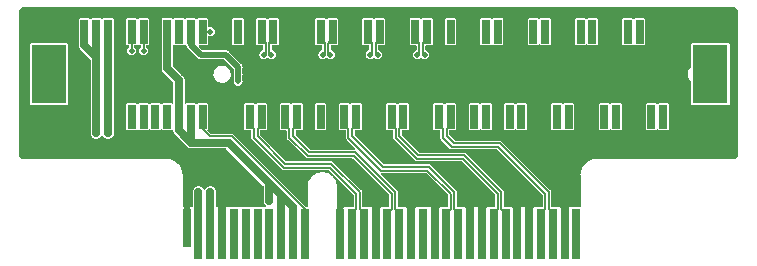
<source format=gbl>
%TF.GenerationSoftware,KiCad,Pcbnew,(6.0.1)*%
%TF.CreationDate,2022-02-11T10:22:35+08:00*%
%TF.ProjectId,Wyse-5070-PCIe-Riser,57797365-2d35-4303-9730-2d504349652d,rev?*%
%TF.SameCoordinates,Original*%
%TF.FileFunction,Copper,L2,Bot*%
%TF.FilePolarity,Positive*%
%FSLAX46Y46*%
G04 Gerber Fmt 4.6, Leading zero omitted, Abs format (unit mm)*
G04 Created by KiCad (PCBNEW (6.0.1)) date 2022-02-11 10:22:35*
%MOMM*%
%LPD*%
G01*
G04 APERTURE LIST*
%TA.AperFunction,SMDPad,CuDef*%
%ADD10R,3.000000X5.000000*%
%TD*%
%TA.AperFunction,SMDPad,CuDef*%
%ADD11R,0.700000X2.000000*%
%TD*%
%TA.AperFunction,ConnectorPad*%
%ADD12R,0.700000X3.200000*%
%TD*%
%TA.AperFunction,ConnectorPad*%
%ADD13R,0.700000X4.300000*%
%TD*%
%TA.AperFunction,ViaPad*%
%ADD14C,0.500000*%
%TD*%
%TA.AperFunction,Conductor*%
%ADD15C,0.177800*%
%TD*%
%TA.AperFunction,Conductor*%
%ADD16C,0.700000*%
%TD*%
%TA.AperFunction,Conductor*%
%ADD17C,0.500000*%
%TD*%
%TA.AperFunction,Conductor*%
%ADD18C,0.150000*%
%TD*%
G04 APERTURE END LIST*
D10*
%TO.P,J2,*%
%TO.N,*%
X126850000Y-133000000D03*
X182850000Y-133000000D03*
D11*
%TO.P,J2,A1,~{PRSNT1}*%
%TO.N,GND*%
X129850000Y-136600000D03*
%TO.P,J2,A2,+12V*%
%TO.N,+12V*%
X130850000Y-136600000D03*
%TO.P,J2,A3,+12V*%
X131850000Y-136600000D03*
%TO.P,J2,A4,GND*%
%TO.N,GND*%
X132850000Y-136600000D03*
%TO.P,J2,A5,JTAG2*%
%TO.N,unconnected-(J2-PadA5)*%
X133850000Y-136600000D03*
%TO.P,J2,A6,JTAG3*%
%TO.N,unconnected-(J2-PadA6)*%
X134850000Y-136600000D03*
%TO.P,J2,A7,JTAG4*%
%TO.N,unconnected-(J2-PadA7)*%
X135850000Y-136600000D03*
%TO.P,J2,A8,JTAG5*%
%TO.N,unconnected-(J2-PadA8)*%
X136850000Y-136600000D03*
%TO.P,J2,A9,+3.3V*%
%TO.N,+3V3*%
X137850000Y-136600000D03*
%TO.P,J2,A10,+3.3V*%
X138850000Y-136600000D03*
%TO.P,J2,A11,~{PERST}*%
%TO.N,/~{PERST}*%
X139850000Y-136600000D03*
%TO.P,J2,A12,GND*%
%TO.N,GND*%
X142850000Y-136600000D03*
%TO.P,J2,A13,REFCLK+*%
%TO.N,/REFCLK+*%
X143850000Y-136600000D03*
%TO.P,J2,A14,REFCLK-*%
%TO.N,/REFCLK-*%
X144850000Y-136600000D03*
%TO.P,J2,A15,GND*%
%TO.N,GND*%
X145850000Y-136600000D03*
%TO.P,J2,A16,PERp0*%
%TO.N,/PER0+*%
X146850000Y-136600000D03*
%TO.P,J2,A17,PERn0*%
%TO.N,/PER0-*%
X147850000Y-136600000D03*
%TO.P,J2,A18,GND*%
%TO.N,GND*%
X148850000Y-136600000D03*
%TO.P,J2,A19,RSVD*%
%TO.N,unconnected-(J2-PadA19)*%
X149850000Y-136600000D03*
%TO.P,J2,A20,GND*%
%TO.N,GND*%
X150850000Y-136600000D03*
%TO.P,J2,A21,PERp1*%
%TO.N,/PER1+*%
X151850000Y-136600000D03*
%TO.P,J2,A22,PERn1*%
%TO.N,/PER1-*%
X152850000Y-136600000D03*
%TO.P,J2,A23,GND*%
%TO.N,GND*%
X153850000Y-136600000D03*
%TO.P,J2,A24,GND*%
X154850000Y-136600000D03*
%TO.P,J2,A25,PERp2*%
%TO.N,/PER2+*%
X155850000Y-136600000D03*
%TO.P,J2,A26,PERn2*%
%TO.N,/PER2-*%
X156850000Y-136600000D03*
%TO.P,J2,A27,GND*%
%TO.N,GND*%
X157850000Y-136600000D03*
%TO.P,J2,A28,GND*%
X158850000Y-136600000D03*
%TO.P,J2,A29,PERp3*%
%TO.N,/PER3+*%
X159850000Y-136600000D03*
%TO.P,J2,A30,PERn3*%
%TO.N,/PER3-*%
X160850000Y-136600000D03*
%TO.P,J2,A31,GND*%
%TO.N,GND*%
X161850000Y-136600000D03*
%TO.P,J2,A32,RSVD*%
%TO.N,unconnected-(J2-PadA32)*%
X162850000Y-136600000D03*
%TO.P,J2,A33,RSVD*%
%TO.N,unconnected-(J2-PadA33)*%
X163850000Y-136600000D03*
%TO.P,J2,A34,GND*%
%TO.N,GND*%
X164850000Y-136600000D03*
%TO.P,J2,A35,PERp4*%
%TO.N,unconnected-(J2-PadA35)*%
X165850000Y-136600000D03*
%TO.P,J2,A36,PERn4*%
%TO.N,unconnected-(J2-PadA36)*%
X166850000Y-136600000D03*
%TO.P,J2,A37,GND*%
%TO.N,GND*%
X167850000Y-136600000D03*
%TO.P,J2,A38,GND*%
X168850000Y-136600000D03*
%TO.P,J2,A39,PERp5*%
%TO.N,unconnected-(J2-PadA39)*%
X169850000Y-136600000D03*
%TO.P,J2,A40,PERn5*%
%TO.N,unconnected-(J2-PadA40)*%
X170850000Y-136600000D03*
%TO.P,J2,A41,GND*%
%TO.N,GND*%
X171850000Y-136600000D03*
%TO.P,J2,A42,GND*%
X172850000Y-136600000D03*
%TO.P,J2,A43,PERp6*%
%TO.N,unconnected-(J2-PadA43)*%
X173850000Y-136600000D03*
%TO.P,J2,A44,PERn6*%
%TO.N,unconnected-(J2-PadA44)*%
X174850000Y-136600000D03*
%TO.P,J2,A45,GND*%
%TO.N,GND*%
X175850000Y-136600000D03*
%TO.P,J2,A46,GND*%
X176850000Y-136600000D03*
%TO.P,J2,A47,PERp7*%
%TO.N,unconnected-(J2-PadA47)*%
X177850000Y-136600000D03*
%TO.P,J2,A48,PERn7*%
%TO.N,unconnected-(J2-PadA48)*%
X178850000Y-136600000D03*
%TO.P,J2,A49,GND*%
%TO.N,GND*%
X179850000Y-136600000D03*
%TO.P,J2,B1,+12V*%
%TO.N,+12V*%
X129850000Y-129400000D03*
%TO.P,J2,B2,+12V*%
X130850000Y-129400000D03*
%TO.P,J2,B3,+12V*%
X131850000Y-129400000D03*
%TO.P,J2,B4,GND*%
%TO.N,GND*%
X132850000Y-129400000D03*
%TO.P,J2,B5,SMCLK*%
%TO.N,/SMCLK*%
X133850000Y-129400000D03*
%TO.P,J2,B6,SMDAT*%
%TO.N,/SMDAT*%
X134850000Y-129400000D03*
%TO.P,J2,B7,GND*%
%TO.N,GND*%
X135850000Y-129400000D03*
%TO.P,J2,B8,+3.3V*%
%TO.N,+3V3*%
X136850000Y-129400000D03*
%TO.P,J2,B9,JTAG1*%
%TO.N,unconnected-(J2-PadB9)*%
X137850000Y-129400000D03*
%TO.P,J2,B10,3.3Vaux*%
%TO.N,+3V3SB*%
X138850000Y-129400000D03*
%TO.P,J2,B11,~{WAKE}*%
%TO.N,/~{WAKE}*%
X139850000Y-129400000D03*
%TO.P,J2,B12,RSVD*%
%TO.N,unconnected-(J2-PadB12)*%
X142850000Y-129400000D03*
%TO.P,J2,B13,GND*%
%TO.N,GND*%
X143850000Y-129400000D03*
%TO.P,J2,B14,PETp0*%
%TO.N,/PET0+*%
X144850000Y-129400000D03*
%TO.P,J2,B15,PETn0*%
%TO.N,/PET0-*%
X145850000Y-129400000D03*
%TO.P,J2,B16,GND*%
%TO.N,GND*%
X146850000Y-129400000D03*
%TO.P,J2,B17,~{PRSNT2}*%
X147850000Y-129400000D03*
%TO.P,J2,B18,GND*%
X148850000Y-129400000D03*
%TO.P,J2,B19,PETp1*%
%TO.N,/PET1+*%
X149850000Y-129400000D03*
%TO.P,J2,B20,PETn1*%
%TO.N,/PET1-*%
X150850000Y-129400000D03*
%TO.P,J2,B21,GND*%
%TO.N,GND*%
X151850000Y-129400000D03*
%TO.P,J2,B22,GND*%
X152850000Y-129400000D03*
%TO.P,J2,B23,PETp2*%
%TO.N,/PET2+*%
X153850000Y-129400000D03*
%TO.P,J2,B24,PETn2*%
%TO.N,/PET2-*%
X154850000Y-129400000D03*
%TO.P,J2,B25,GND*%
%TO.N,GND*%
X155850000Y-129400000D03*
%TO.P,J2,B26,GND*%
X156850000Y-129400000D03*
%TO.P,J2,B27,PETp3*%
%TO.N,/PET3+*%
X157850000Y-129400000D03*
%TO.P,J2,B28,PETn3*%
%TO.N,/PET3-*%
X158850000Y-129400000D03*
%TO.P,J2,B29,GND*%
%TO.N,GND*%
X159850000Y-129400000D03*
%TO.P,J2,B30,RSVD*%
%TO.N,unconnected-(J2-PadB30)*%
X160850000Y-129400000D03*
%TO.P,J2,B31,~{PRSNT2}*%
%TO.N,GND*%
X161850000Y-129400000D03*
%TO.P,J2,B32,GND*%
X162850000Y-129400000D03*
%TO.P,J2,B33,PETp4*%
%TO.N,unconnected-(J2-PadB33)*%
X163850000Y-129400000D03*
%TO.P,J2,B34,PETn4*%
%TO.N,unconnected-(J2-PadB34)*%
X164850000Y-129400000D03*
%TO.P,J2,B35,GND*%
%TO.N,GND*%
X165850000Y-129400000D03*
%TO.P,J2,B36,GND*%
X166850000Y-129400000D03*
%TO.P,J2,B37,PETp5*%
%TO.N,unconnected-(J2-PadB37)*%
X167850000Y-129400000D03*
%TO.P,J2,B38,PETn5*%
%TO.N,unconnected-(J2-PadB38)*%
X168850000Y-129400000D03*
%TO.P,J2,B39,GND*%
%TO.N,GND*%
X169850000Y-129400000D03*
%TO.P,J2,B40,GND*%
X170850000Y-129400000D03*
%TO.P,J2,B41,PETp6*%
%TO.N,unconnected-(J2-PadB41)*%
X171850000Y-129400000D03*
%TO.P,J2,B42,PETn6*%
%TO.N,unconnected-(J2-PadB42)*%
X172850000Y-129400000D03*
%TO.P,J2,B43,GND*%
%TO.N,GND*%
X173850000Y-129400000D03*
%TO.P,J2,B44,GND*%
X174850000Y-129400000D03*
%TO.P,J2,B45,PETp7*%
%TO.N,unconnected-(J2-PadB45)*%
X175850000Y-129400000D03*
%TO.P,J2,B46,PETn7*%
%TO.N,unconnected-(J2-PadB46)*%
X176850000Y-129400000D03*
%TO.P,J2,B47,GND*%
%TO.N,GND*%
X177850000Y-129400000D03*
%TO.P,J2,B48,~{PRSNT2}*%
X178850000Y-129400000D03*
%TO.P,J2,B49,GND*%
X179850000Y-129400000D03*
%TD*%
D12*
%TO.P,J1,A1,PRSNT1#*%
%TO.N,GND*%
X138500000Y-146000000D03*
D13*
%TO.P,J1,A2,+12V*%
%TO.N,+12V*%
X139500000Y-146550000D03*
%TO.P,J1,A3,+12V*%
X140500000Y-146550000D03*
%TO.P,J1,A4,GND*%
%TO.N,GND*%
X141500000Y-146550000D03*
%TO.P,J1,A5,TCK*%
%TO.N,unconnected-(J1-PadA5)*%
X142500000Y-146550000D03*
%TO.P,J1,A6,TDI*%
%TO.N,+5V*%
X143500000Y-146550000D03*
%TO.P,J1,A7,TDO*%
X144500000Y-146550000D03*
%TO.P,J1,A8,TMS*%
%TO.N,unconnected-(J1-PadA8)*%
X145500000Y-146550000D03*
%TO.P,J1,A9,+3.3V*%
%TO.N,+3V3*%
X146500000Y-146550000D03*
%TO.P,J1,A10,+3.3V*%
X147500000Y-146550000D03*
%TO.P,J1,A11,PERST#*%
%TO.N,/~{PERST}*%
X148500000Y-146550000D03*
%TO.P,J1,A12,GND*%
%TO.N,GND*%
X151500000Y-146550000D03*
%TO.P,J1,A13,REFCLK+*%
%TO.N,/REFCLK+*%
X152500000Y-146550000D03*
%TO.P,J1,A14,REFCLK-*%
%TO.N,/REFCLK-*%
X153500000Y-146550000D03*
%TO.P,J1,A15,GND*%
%TO.N,GND*%
X154500000Y-146550000D03*
%TO.P,J1,A16,PERp0*%
%TO.N,/PER0+*%
X155500000Y-146550000D03*
%TO.P,J1,A17,PERN0*%
%TO.N,/PER0-*%
X156500000Y-146550000D03*
%TO.P,J1,A18,GND*%
%TO.N,GND*%
X157500000Y-146550000D03*
%TO.P,J1,A19,RSVD*%
%TO.N,unconnected-(J1-PadA19)*%
X158500000Y-146550000D03*
%TO.P,J1,A20,GND*%
%TO.N,GND*%
X159500000Y-146550000D03*
%TO.P,J1,A21,PERp1*%
%TO.N,/PER1+*%
X160500000Y-146550000D03*
%TO.P,J1,A22,PERn1*%
%TO.N,/PER1-*%
X161500000Y-146550000D03*
%TO.P,J1,A23,GND*%
%TO.N,GND*%
X162500000Y-146550000D03*
%TO.P,J1,A24,GND*%
X163500000Y-146550000D03*
%TO.P,J1,A25,PERp2*%
%TO.N,/PER2+*%
X164500000Y-146550000D03*
%TO.P,J1,A26,PERn2*%
%TO.N,/PER2-*%
X165500000Y-146550000D03*
%TO.P,J1,A27,GND*%
%TO.N,GND*%
X166500000Y-146550000D03*
%TO.P,J1,A28,GND*%
X167500000Y-146550000D03*
%TO.P,J1,A29,PERp3*%
%TO.N,/PER3+*%
X168500000Y-146550000D03*
%TO.P,J1,A30,PERn3*%
%TO.N,/PER3-*%
X169500000Y-146550000D03*
%TO.P,J1,A31,GND*%
%TO.N,GND*%
X170500000Y-146550000D03*
%TO.P,J1,A32,RSVD*%
%TO.N,unconnected-(J1-PadA32)*%
X171500000Y-146550000D03*
%TD*%
D14*
%TO.N,/PET0+*%
X145036500Y-131350000D03*
%TO.N,/PET0-*%
X145663500Y-131350000D03*
%TO.N,/PET1+*%
X150036500Y-131350000D03*
%TO.N,/PET1-*%
X150663500Y-131350000D03*
%TO.N,/PET2+*%
X154036500Y-131350000D03*
%TO.N,/PET2-*%
X154663500Y-131350000D03*
%TO.N,/PET3+*%
X158036500Y-131350000D03*
%TO.N,/PET3-*%
X158663500Y-131350000D03*
%TO.N,GND*%
X147850000Y-130900000D03*
X150850000Y-138100000D03*
X156850000Y-130900000D03*
X135850000Y-130900000D03*
X144500000Y-143750000D03*
X132850000Y-135100000D03*
X160000000Y-143750000D03*
X152850000Y-130900000D03*
X157000000Y-143750000D03*
X158000000Y-143750000D03*
X166000000Y-143750000D03*
X129850000Y-138100000D03*
X148850000Y-135100000D03*
X159850000Y-130900000D03*
X162000000Y-143750000D03*
X152000000Y-143750000D03*
X148850000Y-130900000D03*
X132850000Y-130900000D03*
X157850000Y-135100000D03*
X170000000Y-143750000D03*
X151850000Y-130900000D03*
X145850000Y-138100000D03*
X161850000Y-135100000D03*
X143850000Y-130900000D03*
X164850000Y-138100000D03*
X155850000Y-130900000D03*
X153850000Y-135100000D03*
X164000000Y-143750000D03*
X129850000Y-135100000D03*
X168000000Y-143750000D03*
X141500000Y-143750000D03*
X155000000Y-143750000D03*
X146850000Y-130900000D03*
%TO.N,+12V*%
X139500000Y-143750000D03*
X131850000Y-138000000D03*
X130850000Y-135250000D03*
X140500000Y-143750000D03*
X131850000Y-135250000D03*
X130850000Y-138000000D03*
X139500000Y-142950000D03*
X140500000Y-142950000D03*
%TO.N,+3V3*%
X145500000Y-143750000D03*
%TO.N,+3V3SB*%
X142850000Y-133600000D03*
X142850000Y-132400000D03*
X142850000Y-133000000D03*
%TO.N,/SMCLK*%
X133850000Y-131000000D03*
%TO.N,/SMDAT*%
X134850000Y-131000000D03*
%TO.N,/~{WAKE}*%
X140500000Y-129400000D03*
%TD*%
D15*
%TO.N,/PET0+*%
X145197599Y-131188901D02*
X145036500Y-131350000D01*
X145197600Y-130397600D02*
X145197599Y-131188901D01*
X144850000Y-130050000D02*
X145197600Y-130397600D01*
X144850000Y-129400000D02*
X144850000Y-130050000D01*
%TO.N,/PET0-*%
X145502400Y-130397600D02*
X145502401Y-131188901D01*
X145850000Y-130050000D02*
X145502400Y-130397600D01*
X145850000Y-129400000D02*
X145850000Y-130050000D01*
X145502401Y-131188901D02*
X145663500Y-131350000D01*
%TO.N,/PET1+*%
X150197599Y-131188901D02*
X150036500Y-131350000D01*
X150197600Y-130397600D02*
X150197599Y-131188901D01*
X149850000Y-129400000D02*
X149850000Y-130050000D01*
X149850000Y-130050000D02*
X150197600Y-130397600D01*
%TO.N,/PET1-*%
X150850000Y-130050000D02*
X150502400Y-130397600D01*
X150502400Y-130397600D02*
X150502401Y-131188901D01*
X150850000Y-129400000D02*
X150850000Y-130050000D01*
X150502401Y-131188901D02*
X150663500Y-131350000D01*
%TO.N,/PET2+*%
X154197600Y-130397600D02*
X154197599Y-131188901D01*
X153850000Y-130050000D02*
X154197600Y-130397600D01*
X153850000Y-129400000D02*
X153850000Y-130050000D01*
X154197599Y-131188901D02*
X154036500Y-131350000D01*
%TO.N,/PET2-*%
X154850000Y-130050000D02*
X154502400Y-130397600D01*
X154502400Y-130397600D02*
X154502401Y-131188901D01*
X154850000Y-129400000D02*
X154850000Y-130050000D01*
X154502401Y-131188901D02*
X154663500Y-131350000D01*
%TO.N,/PET3+*%
X157850000Y-130050000D02*
X158197600Y-130397600D01*
X158197600Y-130397600D02*
X158197599Y-131188901D01*
X158197599Y-131188901D02*
X158036500Y-131350000D01*
X157850000Y-129400000D02*
X157850000Y-130050000D01*
%TO.N,/PET3-*%
X158850000Y-129400000D02*
X158850000Y-130050000D01*
X158850000Y-130050000D02*
X158502400Y-130397600D01*
X158502401Y-131188901D02*
X158663500Y-131350000D01*
X158502400Y-130397600D02*
X158502401Y-131188901D01*
D16*
%TO.N,GND*%
X162000000Y-143750000D02*
X162500000Y-144250000D01*
X155000000Y-143750000D02*
X154500000Y-144250000D01*
D17*
X151500000Y-144250000D02*
X152000000Y-143750000D01*
D16*
X163500000Y-144250000D02*
X164000000Y-143750000D01*
X158000000Y-143750000D02*
X157500000Y-144250000D01*
X170500000Y-146550000D02*
X170500000Y-144250000D01*
X166500000Y-144250000D02*
X166500000Y-146550000D01*
X154500000Y-144250000D02*
X154500000Y-146550000D01*
D17*
X138500000Y-146000000D02*
X138500000Y-142500000D01*
D16*
X157500000Y-144250000D02*
X157500000Y-146550000D01*
X159500000Y-146550000D02*
X159500000Y-144250000D01*
X157500000Y-144250000D02*
X157000000Y-143750000D01*
D17*
X151500000Y-146550000D02*
X151500000Y-144250000D01*
D16*
X167500000Y-146550000D02*
X167500000Y-144250000D01*
X167500000Y-144250000D02*
X168000000Y-143750000D01*
X159500000Y-144250000D02*
X160000000Y-143750000D01*
X170500000Y-144250000D02*
X170000000Y-143750000D01*
X141500000Y-146550000D02*
X141500000Y-143750000D01*
X163500000Y-146550000D02*
X163500000Y-144250000D01*
X162500000Y-144250000D02*
X162500000Y-146550000D01*
X166000000Y-143750000D02*
X166500000Y-144250000D01*
%TO.N,+12V*%
X131850000Y-136600000D02*
X131850000Y-135250000D01*
X129850000Y-130550000D02*
X130850000Y-131550000D01*
X130850000Y-135250000D02*
X130850000Y-136600000D01*
X139500000Y-143750000D02*
X139500000Y-142950000D01*
X139500000Y-146550000D02*
X139500000Y-143750000D01*
X131850000Y-136600000D02*
X131850000Y-138000000D01*
X129850000Y-129400000D02*
X129850000Y-130550000D01*
X140500000Y-146550000D02*
X140500000Y-143750000D01*
X140500000Y-143750000D02*
X140500000Y-142950000D01*
X130850000Y-136600000D02*
X130850000Y-138000000D01*
X130850000Y-129400000D02*
X130850000Y-131550000D01*
X130850000Y-131550000D02*
X130850000Y-135250000D01*
X131850000Y-135250000D02*
X131850000Y-129400000D01*
%TO.N,+3V3*%
X137850000Y-137750000D02*
X138900000Y-138800000D01*
X137850000Y-136600000D02*
X137850000Y-133500000D01*
X146200000Y-142950000D02*
X147500000Y-144250000D01*
X145500000Y-143750000D02*
X145500000Y-142250000D01*
X146500000Y-146550000D02*
X146500000Y-143250000D01*
X147500000Y-144250000D02*
X147500000Y-146550000D01*
X137850000Y-136600000D02*
X137850000Y-137750000D01*
X145500000Y-142250000D02*
X145275000Y-142025000D01*
X145275000Y-142025000D02*
X146200000Y-142950000D01*
X142050000Y-138800000D02*
X145275000Y-142025000D01*
X138850000Y-136600000D02*
X138850000Y-138750000D01*
X136850000Y-132500000D02*
X136850000Y-129400000D01*
X138900000Y-138800000D02*
X142050000Y-138800000D01*
X138850000Y-138750000D02*
X138900000Y-138800000D01*
X137850000Y-133500000D02*
X136850000Y-132500000D01*
X146500000Y-143250000D02*
X146200000Y-142950000D01*
D18*
%TO.N,/~{PERST}*%
X139850000Y-137650000D02*
X139850000Y-136600000D01*
X140448480Y-138248480D02*
X139850000Y-137650000D01*
X148500000Y-146550000D02*
X148500000Y-144450000D01*
X148500000Y-144450000D02*
X142298480Y-138248480D01*
X142298480Y-138248480D02*
X140448480Y-138248480D01*
D15*
%TO.N,/REFCLK+*%
X152847600Y-143113128D02*
X152847600Y-144402400D01*
X143850000Y-136600000D02*
X143850000Y-137250000D01*
X152500000Y-144750000D02*
X152500000Y-146550000D01*
X152847600Y-144402400D02*
X152500000Y-144750000D01*
X146736872Y-140902400D02*
X150636872Y-140902400D01*
X143850000Y-137250000D02*
X144197600Y-137597600D01*
X144197600Y-138363128D02*
X146736872Y-140902400D01*
X144197600Y-137597600D02*
X144197600Y-138363128D01*
X150636872Y-140902400D02*
X152847600Y-143113128D01*
%TO.N,/REFCLK-*%
X150763128Y-140597600D02*
X153152400Y-142986872D01*
X153152400Y-142986872D02*
X153152400Y-144402400D01*
X153500000Y-144750000D02*
X153500000Y-146550000D01*
X144850000Y-137250000D02*
X144502400Y-137597600D01*
X144850000Y-136600000D02*
X144850000Y-137250000D01*
X153152400Y-144402400D02*
X153500000Y-144750000D01*
X144502400Y-138236872D02*
X146863128Y-140597600D01*
X144502400Y-137597600D02*
X144502400Y-138236872D01*
X146863128Y-140597600D02*
X150763128Y-140597600D01*
%TO.N,/PER0+*%
X155847600Y-143113128D02*
X155847600Y-144402400D01*
X152636872Y-139902400D02*
X155847600Y-143113128D01*
X155847600Y-144402400D02*
X155500000Y-144750000D01*
X146850000Y-136600000D02*
X146850000Y-137250000D01*
X147197600Y-137597600D02*
X147197600Y-138363128D01*
X146850000Y-137250000D02*
X147197600Y-137597600D01*
X148736872Y-139902400D02*
X152636872Y-139902400D01*
X155500000Y-144750000D02*
X155500000Y-146550000D01*
X147197600Y-138363128D02*
X148736872Y-139902400D01*
%TO.N,/PER0-*%
X147850000Y-136600000D02*
X147850000Y-137250000D01*
X156152400Y-142986872D02*
X156152400Y-144402400D01*
X156500000Y-144750000D02*
X156500000Y-146550000D01*
X147502400Y-137597600D02*
X147502400Y-138236872D01*
X147850000Y-137250000D02*
X147502400Y-137597600D01*
X152763128Y-139597600D02*
X156152400Y-142986872D01*
X147502400Y-138236872D02*
X148863128Y-139597600D01*
X148863128Y-139597600D02*
X152763128Y-139597600D01*
X156152400Y-144402400D02*
X156500000Y-144750000D01*
%TO.N,/PER1+*%
X160500000Y-144750000D02*
X160847600Y-144402400D01*
X152197600Y-138363128D02*
X152197600Y-137597600D01*
X158886872Y-141152400D02*
X154986872Y-141152400D01*
X160847600Y-144402400D02*
X160847600Y-143113128D01*
X154986872Y-141152400D02*
X152197600Y-138363128D01*
X160847600Y-143113128D02*
X158886872Y-141152400D01*
X152197600Y-137597600D02*
X151850000Y-137250000D01*
X160500000Y-146550000D02*
X160500000Y-144750000D01*
X151850000Y-137250000D02*
X151850000Y-136600000D01*
%TO.N,/PER1-*%
X152502400Y-138236872D02*
X152502400Y-137597600D01*
X161152400Y-144402400D02*
X161152400Y-142986872D01*
X152850000Y-137250000D02*
X152850000Y-136600000D01*
X161500000Y-144750000D02*
X161152400Y-144402400D01*
X161152400Y-142986872D02*
X159013128Y-140847600D01*
X152502400Y-137597600D02*
X152850000Y-137250000D01*
X155113128Y-140847600D02*
X152502400Y-138236872D01*
X161500000Y-146550000D02*
X161500000Y-144750000D01*
X159013128Y-140847600D02*
X155113128Y-140847600D01*
%TO.N,/PER2+*%
X164847600Y-144402400D02*
X164847600Y-143113128D01*
X164500000Y-144750000D02*
X164847600Y-144402400D01*
X156197600Y-137597600D02*
X155850000Y-137250000D01*
X155850000Y-137250000D02*
X155850000Y-136600000D01*
X164500000Y-146550000D02*
X164500000Y-144750000D01*
X161886872Y-140152400D02*
X157986872Y-140152400D01*
X156197600Y-138363128D02*
X156197600Y-137597600D01*
X164847600Y-143113128D02*
X161886872Y-140152400D01*
X157986872Y-140152400D02*
X156197600Y-138363128D01*
%TO.N,/PER2-*%
X156850000Y-137250000D02*
X156850000Y-136600000D01*
X156502400Y-138236872D02*
X156502400Y-137597600D01*
X162013128Y-139847600D02*
X158113128Y-139847600D01*
X158113128Y-139847600D02*
X156502400Y-138236872D01*
X165152400Y-142986872D02*
X162013128Y-139847600D01*
X165500000Y-144750000D02*
X165152400Y-144402400D01*
X156502400Y-137597600D02*
X156850000Y-137250000D01*
X165500000Y-146550000D02*
X165500000Y-144750000D01*
X165152400Y-144402400D02*
X165152400Y-142986872D01*
%TO.N,/PER3+*%
X164886872Y-139152400D02*
X160986872Y-139152400D01*
X168500000Y-146550000D02*
X168500000Y-144750000D01*
X160197600Y-138363128D02*
X160197600Y-137597600D01*
X168847600Y-143113128D02*
X164886872Y-139152400D01*
X168500000Y-144750000D02*
X168847600Y-144402400D01*
X168847600Y-144402400D02*
X168847600Y-143113128D01*
X160986872Y-139152400D02*
X160197600Y-138363128D01*
X159850000Y-137250000D02*
X159850000Y-136600000D01*
X160197600Y-137597600D02*
X159850000Y-137250000D01*
%TO.N,/PER3-*%
X160502400Y-137597600D02*
X160850000Y-137250000D01*
X169500000Y-146550000D02*
X169500000Y-144750000D01*
X161113128Y-138847600D02*
X160502400Y-138236872D01*
X160502400Y-138236872D02*
X160502400Y-137597600D01*
X169152400Y-142986872D02*
X165013128Y-138847600D01*
X169152400Y-144402400D02*
X169152400Y-142986872D01*
X165013128Y-138847600D02*
X161113128Y-138847600D01*
X169500000Y-144750000D02*
X169152400Y-144402400D01*
X160850000Y-137250000D02*
X160850000Y-136600000D01*
D17*
%TO.N,+3V3SB*%
X138850000Y-130500000D02*
X139700000Y-131350000D01*
X139700000Y-131350000D02*
X141800000Y-131350000D01*
X141800000Y-131350000D02*
X142850000Y-132400000D01*
X142850000Y-133000000D02*
X142850000Y-133600000D01*
X138850000Y-129400000D02*
X138850000Y-130500000D01*
X142850000Y-132400000D02*
X142850000Y-133000000D01*
D18*
%TO.N,/SMCLK*%
X133850000Y-129400000D02*
X133850000Y-131000000D01*
%TO.N,/SMDAT*%
X134850000Y-129400000D02*
X134850000Y-131000000D01*
%TO.N,/~{WAKE}*%
X140500000Y-129400000D02*
X139850000Y-129400000D01*
%TD*%
%TA.AperFunction,Conductor*%
%TO.N,GND*%
G36*
X184892650Y-127317313D02*
G01*
X184897410Y-127321674D01*
X185178326Y-127602590D01*
X185199718Y-127648466D01*
X185200000Y-127654916D01*
X185200000Y-139845084D01*
X185182687Y-139892650D01*
X185178326Y-139897410D01*
X184897410Y-140178326D01*
X184851534Y-140199718D01*
X184845084Y-140200000D01*
X173182722Y-140200000D01*
X173169872Y-140198876D01*
X173157809Y-140196749D01*
X173150000Y-140195372D01*
X173143772Y-140196470D01*
X173143442Y-140196496D01*
X173142219Y-140196496D01*
X173140240Y-140196748D01*
X173044239Y-140204303D01*
X172948899Y-140211806D01*
X172948894Y-140211807D01*
X172946007Y-140212034D01*
X172747036Y-140259803D01*
X172744349Y-140260916D01*
X172646597Y-140301406D01*
X172557987Y-140338109D01*
X172555505Y-140339630D01*
X172555501Y-140339632D01*
X172399304Y-140435350D01*
X172383516Y-140445025D01*
X172381301Y-140446917D01*
X172381298Y-140446919D01*
X172377727Y-140449969D01*
X172227918Y-140577918D01*
X172226027Y-140580132D01*
X172101367Y-140726091D01*
X172095025Y-140733516D01*
X172093501Y-140736003D01*
X172054284Y-140800000D01*
X171988109Y-140907987D01*
X171986994Y-140910680D01*
X171986993Y-140910681D01*
X171947915Y-141005025D01*
X171909803Y-141097036D01*
X171909124Y-141099863D01*
X171909124Y-141099864D01*
X171905339Y-141115630D01*
X171862034Y-141296007D01*
X171861807Y-141298896D01*
X171861806Y-141298900D01*
X171850765Y-141439204D01*
X171850521Y-141440711D01*
X171850615Y-141440720D01*
X171850000Y-141446993D01*
X171850000Y-141448619D01*
X171849899Y-141450200D01*
X171846749Y-141490231D01*
X171846496Y-141492218D01*
X171846496Y-141493442D01*
X171846470Y-141493772D01*
X171845372Y-141500000D01*
X171848876Y-141519872D01*
X171850000Y-141532722D01*
X171850000Y-144176000D01*
X171832687Y-144223566D01*
X171788850Y-144248876D01*
X171776000Y-144250000D01*
X169442800Y-144250000D01*
X169395234Y-144232687D01*
X169369924Y-144188850D01*
X169368800Y-144176000D01*
X169368800Y-142994499D01*
X169368901Y-142990625D01*
X169370505Y-142960030D01*
X169370505Y-142960029D01*
X169370912Y-142952264D01*
X169368126Y-142945005D01*
X169368125Y-142945002D01*
X169362617Y-142930654D01*
X169359319Y-142919521D01*
X169356125Y-142904494D01*
X169356124Y-142904491D01*
X169354508Y-142896888D01*
X169349938Y-142890598D01*
X169349929Y-142890578D01*
X169340751Y-142873674D01*
X169340732Y-142873645D01*
X169337943Y-142866379D01*
X169321582Y-142850018D01*
X169314040Y-142841188D01*
X169305005Y-142828752D01*
X169305004Y-142828751D01*
X169300435Y-142822462D01*
X169293702Y-142818575D01*
X169293688Y-142818562D01*
X169278382Y-142806818D01*
X165171532Y-138699969D01*
X165168865Y-138697158D01*
X165148373Y-138674399D01*
X165143167Y-138668617D01*
X165122024Y-138659203D01*
X165111819Y-138653663D01*
X165098934Y-138645295D01*
X165098932Y-138645294D01*
X165092412Y-138641060D01*
X165084731Y-138639843D01*
X165084714Y-138639837D01*
X165066260Y-138634370D01*
X165066231Y-138634364D01*
X165059125Y-138631200D01*
X165035987Y-138631200D01*
X165024410Y-138630289D01*
X165014264Y-138628682D01*
X165001549Y-138626668D01*
X164994037Y-138628681D01*
X164994012Y-138628682D01*
X164974892Y-138631200D01*
X161233416Y-138631200D01*
X161185850Y-138613887D01*
X161181090Y-138609526D01*
X160740474Y-138168911D01*
X160719082Y-138123035D01*
X160718800Y-138116585D01*
X160718800Y-137801500D01*
X160736113Y-137753934D01*
X160779950Y-137728624D01*
X160792800Y-137727500D01*
X161212558Y-137727500D01*
X161228116Y-137724405D01*
X161242601Y-137721524D01*
X161242602Y-137721523D01*
X161249748Y-137720102D01*
X161291922Y-137691922D01*
X161320102Y-137649748D01*
X161327500Y-137612558D01*
X162372500Y-137612558D01*
X162379898Y-137649748D01*
X162408078Y-137691922D01*
X162450252Y-137720102D01*
X162457398Y-137721523D01*
X162457399Y-137721524D01*
X162471884Y-137724405D01*
X162487442Y-137727500D01*
X163212558Y-137727500D01*
X163228116Y-137724405D01*
X163242601Y-137721524D01*
X163242602Y-137721523D01*
X163249748Y-137720102D01*
X163291922Y-137691922D01*
X163295972Y-137685861D01*
X163297674Y-137684159D01*
X163343550Y-137662767D01*
X163392445Y-137675868D01*
X163402326Y-137684159D01*
X163404028Y-137685861D01*
X163408078Y-137691922D01*
X163450252Y-137720102D01*
X163457398Y-137721523D01*
X163457399Y-137721524D01*
X163471884Y-137724405D01*
X163487442Y-137727500D01*
X164212558Y-137727500D01*
X164228116Y-137724405D01*
X164242601Y-137721524D01*
X164242602Y-137721523D01*
X164249748Y-137720102D01*
X164291922Y-137691922D01*
X164320102Y-137649748D01*
X164327500Y-137612558D01*
X165372500Y-137612558D01*
X165379898Y-137649748D01*
X165408078Y-137691922D01*
X165450252Y-137720102D01*
X165457398Y-137721523D01*
X165457399Y-137721524D01*
X165471884Y-137724405D01*
X165487442Y-137727500D01*
X166212558Y-137727500D01*
X166228116Y-137724405D01*
X166242601Y-137721524D01*
X166242602Y-137721523D01*
X166249748Y-137720102D01*
X166291922Y-137691922D01*
X166295972Y-137685861D01*
X166297674Y-137684159D01*
X166343550Y-137662767D01*
X166392445Y-137675868D01*
X166402326Y-137684159D01*
X166404028Y-137685861D01*
X166408078Y-137691922D01*
X166450252Y-137720102D01*
X166457398Y-137721523D01*
X166457399Y-137721524D01*
X166471884Y-137724405D01*
X166487442Y-137727500D01*
X167212558Y-137727500D01*
X167228116Y-137724405D01*
X167242601Y-137721524D01*
X167242602Y-137721523D01*
X167249748Y-137720102D01*
X167291922Y-137691922D01*
X167320102Y-137649748D01*
X167327500Y-137612558D01*
X169372500Y-137612558D01*
X169379898Y-137649748D01*
X169408078Y-137691922D01*
X169450252Y-137720102D01*
X169457398Y-137721523D01*
X169457399Y-137721524D01*
X169471884Y-137724405D01*
X169487442Y-137727500D01*
X170212558Y-137727500D01*
X170228116Y-137724405D01*
X170242601Y-137721524D01*
X170242602Y-137721523D01*
X170249748Y-137720102D01*
X170291922Y-137691922D01*
X170295972Y-137685861D01*
X170297674Y-137684159D01*
X170343550Y-137662767D01*
X170392445Y-137675868D01*
X170402326Y-137684159D01*
X170404028Y-137685861D01*
X170408078Y-137691922D01*
X170450252Y-137720102D01*
X170457398Y-137721523D01*
X170457399Y-137721524D01*
X170471884Y-137724405D01*
X170487442Y-137727500D01*
X171212558Y-137727500D01*
X171228116Y-137724405D01*
X171242601Y-137721524D01*
X171242602Y-137721523D01*
X171249748Y-137720102D01*
X171291922Y-137691922D01*
X171320102Y-137649748D01*
X171327500Y-137612558D01*
X173372500Y-137612558D01*
X173379898Y-137649748D01*
X173408078Y-137691922D01*
X173450252Y-137720102D01*
X173457398Y-137721523D01*
X173457399Y-137721524D01*
X173471884Y-137724405D01*
X173487442Y-137727500D01*
X174212558Y-137727500D01*
X174228116Y-137724405D01*
X174242601Y-137721524D01*
X174242602Y-137721523D01*
X174249748Y-137720102D01*
X174291922Y-137691922D01*
X174295972Y-137685861D01*
X174297674Y-137684159D01*
X174343550Y-137662767D01*
X174392445Y-137675868D01*
X174402326Y-137684159D01*
X174404028Y-137685861D01*
X174408078Y-137691922D01*
X174450252Y-137720102D01*
X174457398Y-137721523D01*
X174457399Y-137721524D01*
X174471884Y-137724405D01*
X174487442Y-137727500D01*
X175212558Y-137727500D01*
X175228116Y-137724405D01*
X175242601Y-137721524D01*
X175242602Y-137721523D01*
X175249748Y-137720102D01*
X175291922Y-137691922D01*
X175320102Y-137649748D01*
X175327500Y-137612558D01*
X177372500Y-137612558D01*
X177379898Y-137649748D01*
X177408078Y-137691922D01*
X177450252Y-137720102D01*
X177457398Y-137721523D01*
X177457399Y-137721524D01*
X177471884Y-137724405D01*
X177487442Y-137727500D01*
X178212558Y-137727500D01*
X178228116Y-137724405D01*
X178242601Y-137721524D01*
X178242602Y-137721523D01*
X178249748Y-137720102D01*
X178291922Y-137691922D01*
X178295972Y-137685861D01*
X178297674Y-137684159D01*
X178343550Y-137662767D01*
X178392445Y-137675868D01*
X178402326Y-137684159D01*
X178404028Y-137685861D01*
X178408078Y-137691922D01*
X178450252Y-137720102D01*
X178457398Y-137721523D01*
X178457399Y-137721524D01*
X178471884Y-137724405D01*
X178487442Y-137727500D01*
X179212558Y-137727500D01*
X179228116Y-137724405D01*
X179242601Y-137721524D01*
X179242602Y-137721523D01*
X179249748Y-137720102D01*
X179291922Y-137691922D01*
X179320102Y-137649748D01*
X179327500Y-137612558D01*
X179327500Y-135587442D01*
X179320102Y-135550252D01*
X179291922Y-135508078D01*
X179249748Y-135479898D01*
X179242602Y-135478477D01*
X179242601Y-135478476D01*
X179223351Y-135474647D01*
X179212558Y-135472500D01*
X178487442Y-135472500D01*
X178476649Y-135474647D01*
X178457399Y-135478476D01*
X178457398Y-135478477D01*
X178450252Y-135479898D01*
X178408078Y-135508078D01*
X178404028Y-135514139D01*
X178402326Y-135515841D01*
X178356450Y-135537233D01*
X178307555Y-135524132D01*
X178297674Y-135515841D01*
X178295972Y-135514139D01*
X178291922Y-135508078D01*
X178249748Y-135479898D01*
X178242602Y-135478477D01*
X178242601Y-135478476D01*
X178223351Y-135474647D01*
X178212558Y-135472500D01*
X177487442Y-135472500D01*
X177476649Y-135474647D01*
X177457399Y-135478476D01*
X177457398Y-135478477D01*
X177450252Y-135479898D01*
X177408078Y-135508078D01*
X177379898Y-135550252D01*
X177372500Y-135587442D01*
X177372500Y-137612558D01*
X175327500Y-137612558D01*
X175327500Y-135587442D01*
X175320102Y-135550252D01*
X175291922Y-135508078D01*
X175249748Y-135479898D01*
X175242602Y-135478477D01*
X175242601Y-135478476D01*
X175223351Y-135474647D01*
X175212558Y-135472500D01*
X174487442Y-135472500D01*
X174476649Y-135474647D01*
X174457399Y-135478476D01*
X174457398Y-135478477D01*
X174450252Y-135479898D01*
X174408078Y-135508078D01*
X174404028Y-135514139D01*
X174402326Y-135515841D01*
X174356450Y-135537233D01*
X174307555Y-135524132D01*
X174297674Y-135515841D01*
X174295972Y-135514139D01*
X174291922Y-135508078D01*
X174249748Y-135479898D01*
X174242602Y-135478477D01*
X174242601Y-135478476D01*
X174223351Y-135474647D01*
X174212558Y-135472500D01*
X173487442Y-135472500D01*
X173476649Y-135474647D01*
X173457399Y-135478476D01*
X173457398Y-135478477D01*
X173450252Y-135479898D01*
X173408078Y-135508078D01*
X173379898Y-135550252D01*
X173372500Y-135587442D01*
X173372500Y-137612558D01*
X171327500Y-137612558D01*
X171327500Y-135587442D01*
X171320102Y-135550252D01*
X171291922Y-135508078D01*
X171249748Y-135479898D01*
X171242602Y-135478477D01*
X171242601Y-135478476D01*
X171223351Y-135474647D01*
X171212558Y-135472500D01*
X170487442Y-135472500D01*
X170476649Y-135474647D01*
X170457399Y-135478476D01*
X170457398Y-135478477D01*
X170450252Y-135479898D01*
X170408078Y-135508078D01*
X170404028Y-135514139D01*
X170402326Y-135515841D01*
X170356450Y-135537233D01*
X170307555Y-135524132D01*
X170297674Y-135515841D01*
X170295972Y-135514139D01*
X170291922Y-135508078D01*
X170249748Y-135479898D01*
X170242602Y-135478477D01*
X170242601Y-135478476D01*
X170223351Y-135474647D01*
X170212558Y-135472500D01*
X169487442Y-135472500D01*
X169476649Y-135474647D01*
X169457399Y-135478476D01*
X169457398Y-135478477D01*
X169450252Y-135479898D01*
X169408078Y-135508078D01*
X169379898Y-135550252D01*
X169372500Y-135587442D01*
X169372500Y-137612558D01*
X167327500Y-137612558D01*
X167327500Y-135587442D01*
X167320102Y-135550252D01*
X167291922Y-135508078D01*
X167249748Y-135479898D01*
X167242602Y-135478477D01*
X167242601Y-135478476D01*
X167223351Y-135474647D01*
X167212558Y-135472500D01*
X166487442Y-135472500D01*
X166476649Y-135474647D01*
X166457399Y-135478476D01*
X166457398Y-135478477D01*
X166450252Y-135479898D01*
X166408078Y-135508078D01*
X166404028Y-135514139D01*
X166402326Y-135515841D01*
X166356450Y-135537233D01*
X166307555Y-135524132D01*
X166297674Y-135515841D01*
X166295972Y-135514139D01*
X166291922Y-135508078D01*
X166249748Y-135479898D01*
X166242602Y-135478477D01*
X166242601Y-135478476D01*
X166223351Y-135474647D01*
X166212558Y-135472500D01*
X165487442Y-135472500D01*
X165476649Y-135474647D01*
X165457399Y-135478476D01*
X165457398Y-135478477D01*
X165450252Y-135479898D01*
X165408078Y-135508078D01*
X165379898Y-135550252D01*
X165372500Y-135587442D01*
X165372500Y-137612558D01*
X164327500Y-137612558D01*
X164327500Y-135587442D01*
X164320102Y-135550252D01*
X164291922Y-135508078D01*
X164249748Y-135479898D01*
X164242602Y-135478477D01*
X164242601Y-135478476D01*
X164223351Y-135474647D01*
X164212558Y-135472500D01*
X163487442Y-135472500D01*
X163476649Y-135474647D01*
X163457399Y-135478476D01*
X163457398Y-135478477D01*
X163450252Y-135479898D01*
X163408078Y-135508078D01*
X163404028Y-135514139D01*
X163402326Y-135515841D01*
X163356450Y-135537233D01*
X163307555Y-135524132D01*
X163297674Y-135515841D01*
X163295972Y-135514139D01*
X163291922Y-135508078D01*
X163249748Y-135479898D01*
X163242602Y-135478477D01*
X163242601Y-135478476D01*
X163223351Y-135474647D01*
X163212558Y-135472500D01*
X162487442Y-135472500D01*
X162476649Y-135474647D01*
X162457399Y-135478476D01*
X162457398Y-135478477D01*
X162450252Y-135479898D01*
X162408078Y-135508078D01*
X162379898Y-135550252D01*
X162372500Y-135587442D01*
X162372500Y-137612558D01*
X161327500Y-137612558D01*
X161327500Y-135587442D01*
X161320102Y-135550252D01*
X161291922Y-135508078D01*
X161249748Y-135479898D01*
X161242602Y-135478477D01*
X161242601Y-135478476D01*
X161223351Y-135474647D01*
X161212558Y-135472500D01*
X160487442Y-135472500D01*
X160476649Y-135474647D01*
X160457399Y-135478476D01*
X160457398Y-135478477D01*
X160450252Y-135479898D01*
X160408078Y-135508078D01*
X160404028Y-135514139D01*
X160402326Y-135515841D01*
X160356450Y-135537233D01*
X160307555Y-135524132D01*
X160297674Y-135515841D01*
X160295972Y-135514139D01*
X160291922Y-135508078D01*
X160249748Y-135479898D01*
X160242602Y-135478477D01*
X160242601Y-135478476D01*
X160223351Y-135474647D01*
X160212558Y-135472500D01*
X159487442Y-135472500D01*
X159476649Y-135474647D01*
X159457399Y-135478476D01*
X159457398Y-135478477D01*
X159450252Y-135479898D01*
X159408078Y-135508078D01*
X159379898Y-135550252D01*
X159372500Y-135587442D01*
X159372500Y-137612558D01*
X159379898Y-137649748D01*
X159408078Y-137691922D01*
X159450252Y-137720102D01*
X159457398Y-137721523D01*
X159457399Y-137721524D01*
X159471884Y-137724405D01*
X159487442Y-137727500D01*
X159907200Y-137727500D01*
X159954766Y-137744813D01*
X159980076Y-137788650D01*
X159981200Y-137801500D01*
X159981200Y-138355502D01*
X159981099Y-138359375D01*
X159979088Y-138397737D01*
X159981876Y-138404999D01*
X159987382Y-138419344D01*
X159990680Y-138430476D01*
X159995492Y-138453112D01*
X160000059Y-138459399D01*
X160000063Y-138459407D01*
X160009260Y-138476347D01*
X160009271Y-138476364D01*
X160012057Y-138483621D01*
X160028418Y-138499982D01*
X160035960Y-138508812D01*
X160049565Y-138527538D01*
X160056298Y-138531425D01*
X160056312Y-138531438D01*
X160071618Y-138543182D01*
X160828469Y-139300032D01*
X160831135Y-139302842D01*
X160856833Y-139331383D01*
X160874996Y-139339470D01*
X160877977Y-139340797D01*
X160888181Y-139346337D01*
X160901066Y-139354705D01*
X160901068Y-139354706D01*
X160907588Y-139358940D01*
X160915269Y-139360157D01*
X160915286Y-139360163D01*
X160933740Y-139365630D01*
X160933769Y-139365636D01*
X160940875Y-139368800D01*
X160964013Y-139368800D01*
X160975589Y-139369711D01*
X160998451Y-139373332D01*
X161005966Y-139371318D01*
X161005991Y-139371317D01*
X161025105Y-139368800D01*
X164766584Y-139368800D01*
X164814150Y-139386113D01*
X164818910Y-139390474D01*
X168609526Y-143181090D01*
X168630918Y-143226966D01*
X168631200Y-143233416D01*
X168631200Y-144176000D01*
X168613887Y-144223566D01*
X168570050Y-144248876D01*
X168557200Y-144250000D01*
X165442800Y-144250000D01*
X165395234Y-144232687D01*
X165369924Y-144188850D01*
X165368800Y-144176000D01*
X165368800Y-142994498D01*
X165368901Y-142990624D01*
X165370505Y-142960030D01*
X165370505Y-142960029D01*
X165370912Y-142952263D01*
X165362617Y-142930654D01*
X165359320Y-142919524D01*
X165356124Y-142904491D01*
X165354508Y-142896888D01*
X165349941Y-142890601D01*
X165349937Y-142890593D01*
X165340740Y-142873653D01*
X165340729Y-142873636D01*
X165337943Y-142866379D01*
X165321582Y-142850018D01*
X165314040Y-142841188D01*
X165305005Y-142828752D01*
X165305004Y-142828751D01*
X165300435Y-142822462D01*
X165293702Y-142818575D01*
X165293688Y-142818562D01*
X165278382Y-142806818D01*
X162171532Y-139699969D01*
X162168865Y-139697158D01*
X162148373Y-139674399D01*
X162143167Y-139668617D01*
X162122024Y-139659203D01*
X162111819Y-139653663D01*
X162098934Y-139645295D01*
X162098932Y-139645294D01*
X162092412Y-139641060D01*
X162084731Y-139639843D01*
X162084714Y-139639837D01*
X162066260Y-139634370D01*
X162066231Y-139634364D01*
X162059125Y-139631200D01*
X162035987Y-139631200D01*
X162024410Y-139630289D01*
X162014264Y-139628682D01*
X162001549Y-139626668D01*
X161994037Y-139628681D01*
X161994012Y-139628682D01*
X161974892Y-139631200D01*
X158233415Y-139631200D01*
X158185849Y-139613887D01*
X158181089Y-139609526D01*
X156740474Y-138168911D01*
X156719082Y-138123035D01*
X156718800Y-138116585D01*
X156718800Y-137801500D01*
X156736113Y-137753934D01*
X156779950Y-137728624D01*
X156792800Y-137727500D01*
X157212558Y-137727500D01*
X157228116Y-137724405D01*
X157242601Y-137721524D01*
X157242602Y-137721523D01*
X157249748Y-137720102D01*
X157291922Y-137691922D01*
X157320102Y-137649748D01*
X157327500Y-137612558D01*
X157327500Y-135587442D01*
X157320102Y-135550252D01*
X157291922Y-135508078D01*
X157249748Y-135479898D01*
X157242602Y-135478477D01*
X157242601Y-135478476D01*
X157223351Y-135474647D01*
X157212558Y-135472500D01*
X156487442Y-135472500D01*
X156476649Y-135474647D01*
X156457399Y-135478476D01*
X156457398Y-135478477D01*
X156450252Y-135479898D01*
X156408078Y-135508078D01*
X156404028Y-135514139D01*
X156402326Y-135515841D01*
X156356450Y-135537233D01*
X156307555Y-135524132D01*
X156297674Y-135515841D01*
X156295972Y-135514139D01*
X156291922Y-135508078D01*
X156249748Y-135479898D01*
X156242602Y-135478477D01*
X156242601Y-135478476D01*
X156223351Y-135474647D01*
X156212558Y-135472500D01*
X155487442Y-135472500D01*
X155476649Y-135474647D01*
X155457399Y-135478476D01*
X155457398Y-135478477D01*
X155450252Y-135479898D01*
X155408078Y-135508078D01*
X155379898Y-135550252D01*
X155372500Y-135587442D01*
X155372500Y-137612558D01*
X155379898Y-137649748D01*
X155408078Y-137691922D01*
X155450252Y-137720102D01*
X155457398Y-137721523D01*
X155457399Y-137721524D01*
X155471884Y-137724405D01*
X155487442Y-137727500D01*
X155907200Y-137727500D01*
X155954766Y-137744813D01*
X155980076Y-137788650D01*
X155981200Y-137801500D01*
X155981200Y-138355502D01*
X155981099Y-138359375D01*
X155979088Y-138397737D01*
X155981876Y-138404999D01*
X155987382Y-138419344D01*
X155990680Y-138430476D01*
X155995492Y-138453112D01*
X156000059Y-138459399D01*
X156000063Y-138459407D01*
X156009260Y-138476347D01*
X156009271Y-138476364D01*
X156012057Y-138483621D01*
X156028418Y-138499982D01*
X156035960Y-138508812D01*
X156049565Y-138527538D01*
X156056298Y-138531425D01*
X156056312Y-138531438D01*
X156071618Y-138543182D01*
X157828477Y-140300041D01*
X157831143Y-140302851D01*
X157856833Y-140331383D01*
X157863939Y-140334547D01*
X157863941Y-140334548D01*
X157877976Y-140340797D01*
X157888180Y-140346336D01*
X157907589Y-140358940D01*
X157915271Y-140360157D01*
X157915292Y-140360165D01*
X157933751Y-140365633D01*
X157933771Y-140365637D01*
X157940875Y-140368800D01*
X157964013Y-140368800D01*
X157975591Y-140369711D01*
X157998451Y-140373332D01*
X158005963Y-140371319D01*
X158005988Y-140371318D01*
X158025108Y-140368800D01*
X161766584Y-140368800D01*
X161814150Y-140386113D01*
X161818910Y-140390474D01*
X164609526Y-143181090D01*
X164630918Y-143226966D01*
X164631200Y-143233416D01*
X164631200Y-144176000D01*
X164613887Y-144223566D01*
X164570050Y-144248876D01*
X164557200Y-144250000D01*
X161442800Y-144250000D01*
X161395234Y-144232687D01*
X161369924Y-144188850D01*
X161368800Y-144176000D01*
X161368800Y-142994486D01*
X161368901Y-142990613D01*
X161370504Y-142960029D01*
X161370911Y-142952263D01*
X161368123Y-142945000D01*
X161362618Y-142930658D01*
X161359320Y-142919526D01*
X161356125Y-142904496D01*
X161354508Y-142896888D01*
X161349935Y-142890593D01*
X161349930Y-142890583D01*
X161340742Y-142873660D01*
X161340729Y-142873641D01*
X161337942Y-142866379D01*
X161321581Y-142850018D01*
X161314046Y-142841197D01*
X161300435Y-142822462D01*
X161293701Y-142818574D01*
X161293693Y-142818567D01*
X161278380Y-142806817D01*
X159171532Y-140699969D01*
X159168865Y-140697158D01*
X159148373Y-140674399D01*
X159143167Y-140668617D01*
X159122024Y-140659203D01*
X159111819Y-140653663D01*
X159098934Y-140645295D01*
X159098932Y-140645294D01*
X159092412Y-140641060D01*
X159084731Y-140639843D01*
X159084714Y-140639837D01*
X159066260Y-140634370D01*
X159066231Y-140634364D01*
X159059125Y-140631200D01*
X159035987Y-140631200D01*
X159024410Y-140630289D01*
X159014264Y-140628682D01*
X159001549Y-140626668D01*
X158994037Y-140628681D01*
X158994012Y-140628682D01*
X158974892Y-140631200D01*
X155233416Y-140631200D01*
X155185850Y-140613887D01*
X155181090Y-140609526D01*
X152740474Y-138168911D01*
X152719082Y-138123035D01*
X152718800Y-138116585D01*
X152718800Y-137801500D01*
X152736113Y-137753934D01*
X152779950Y-137728624D01*
X152792800Y-137727500D01*
X153212558Y-137727500D01*
X153228116Y-137724405D01*
X153242601Y-137721524D01*
X153242602Y-137721523D01*
X153249748Y-137720102D01*
X153291922Y-137691922D01*
X153320102Y-137649748D01*
X153327500Y-137612558D01*
X153327500Y-135587442D01*
X153320102Y-135550252D01*
X153291922Y-135508078D01*
X153249748Y-135479898D01*
X153242602Y-135478477D01*
X153242601Y-135478476D01*
X153223351Y-135474647D01*
X153212558Y-135472500D01*
X152487442Y-135472500D01*
X152476649Y-135474647D01*
X152457399Y-135478476D01*
X152457398Y-135478477D01*
X152450252Y-135479898D01*
X152408078Y-135508078D01*
X152404028Y-135514139D01*
X152402326Y-135515841D01*
X152356450Y-135537233D01*
X152307555Y-135524132D01*
X152297674Y-135515841D01*
X152295972Y-135514139D01*
X152291922Y-135508078D01*
X152249748Y-135479898D01*
X152242602Y-135478477D01*
X152242601Y-135478476D01*
X152223351Y-135474647D01*
X152212558Y-135472500D01*
X151487442Y-135472500D01*
X151476649Y-135474647D01*
X151457399Y-135478476D01*
X151457398Y-135478477D01*
X151450252Y-135479898D01*
X151408078Y-135508078D01*
X151379898Y-135550252D01*
X151372500Y-135587442D01*
X151372500Y-137612558D01*
X151379898Y-137649748D01*
X151408078Y-137691922D01*
X151450252Y-137720102D01*
X151457398Y-137721523D01*
X151457399Y-137721524D01*
X151471884Y-137724405D01*
X151487442Y-137727500D01*
X151907200Y-137727500D01*
X151954766Y-137744813D01*
X151980076Y-137788650D01*
X151981200Y-137801500D01*
X151981200Y-138355502D01*
X151981099Y-138359375D01*
X151979088Y-138397737D01*
X151981876Y-138404999D01*
X151987382Y-138419344D01*
X151990680Y-138430476D01*
X151995492Y-138453112D01*
X152000059Y-138459399D01*
X152000063Y-138459407D01*
X152009260Y-138476347D01*
X152009271Y-138476364D01*
X152012057Y-138483621D01*
X152028418Y-138499982D01*
X152035960Y-138508812D01*
X152049565Y-138527538D01*
X152056298Y-138531425D01*
X152056312Y-138531438D01*
X152071618Y-138543182D01*
X152782023Y-139253587D01*
X152803415Y-139299463D01*
X152790314Y-139348358D01*
X152748843Y-139377393D01*
X152744038Y-139378680D01*
X152724892Y-139381200D01*
X148983416Y-139381200D01*
X148935850Y-139363887D01*
X148931090Y-139359526D01*
X147740474Y-138168911D01*
X147719082Y-138123035D01*
X147718800Y-138116585D01*
X147718800Y-137801500D01*
X147736113Y-137753934D01*
X147779950Y-137728624D01*
X147792800Y-137727500D01*
X148212558Y-137727500D01*
X148228116Y-137724405D01*
X148242601Y-137721524D01*
X148242602Y-137721523D01*
X148249748Y-137720102D01*
X148291922Y-137691922D01*
X148320102Y-137649748D01*
X148327500Y-137612558D01*
X149372500Y-137612558D01*
X149379898Y-137649748D01*
X149408078Y-137691922D01*
X149450252Y-137720102D01*
X149457398Y-137721523D01*
X149457399Y-137721524D01*
X149471884Y-137724405D01*
X149487442Y-137727500D01*
X150212558Y-137727500D01*
X150228116Y-137724405D01*
X150242601Y-137721524D01*
X150242602Y-137721523D01*
X150249748Y-137720102D01*
X150291922Y-137691922D01*
X150320102Y-137649748D01*
X150327500Y-137612558D01*
X150327500Y-135587442D01*
X150320102Y-135550252D01*
X150291922Y-135508078D01*
X150249748Y-135479898D01*
X150242602Y-135478477D01*
X150242601Y-135478476D01*
X150223351Y-135474647D01*
X150212558Y-135472500D01*
X149487442Y-135472500D01*
X149476649Y-135474647D01*
X149457399Y-135478476D01*
X149457398Y-135478477D01*
X149450252Y-135479898D01*
X149408078Y-135508078D01*
X149379898Y-135550252D01*
X149372500Y-135587442D01*
X149372500Y-137612558D01*
X148327500Y-137612558D01*
X148327500Y-135587442D01*
X148320102Y-135550252D01*
X148291922Y-135508078D01*
X148249748Y-135479898D01*
X148242602Y-135478477D01*
X148242601Y-135478476D01*
X148223351Y-135474647D01*
X148212558Y-135472500D01*
X147487442Y-135472500D01*
X147476649Y-135474647D01*
X147457399Y-135478476D01*
X147457398Y-135478477D01*
X147450252Y-135479898D01*
X147408078Y-135508078D01*
X147404028Y-135514139D01*
X147402326Y-135515841D01*
X147356450Y-135537233D01*
X147307555Y-135524132D01*
X147297674Y-135515841D01*
X147295972Y-135514139D01*
X147291922Y-135508078D01*
X147249748Y-135479898D01*
X147242602Y-135478477D01*
X147242601Y-135478476D01*
X147223351Y-135474647D01*
X147212558Y-135472500D01*
X146487442Y-135472500D01*
X146476649Y-135474647D01*
X146457399Y-135478476D01*
X146457398Y-135478477D01*
X146450252Y-135479898D01*
X146408078Y-135508078D01*
X146379898Y-135550252D01*
X146372500Y-135587442D01*
X146372500Y-137612558D01*
X146379898Y-137649748D01*
X146408078Y-137691922D01*
X146450252Y-137720102D01*
X146457398Y-137721523D01*
X146457399Y-137721524D01*
X146471884Y-137724405D01*
X146487442Y-137727500D01*
X146907200Y-137727500D01*
X146954766Y-137744813D01*
X146980076Y-137788650D01*
X146981200Y-137801500D01*
X146981200Y-138355502D01*
X146981099Y-138359375D01*
X146979088Y-138397737D01*
X146981876Y-138404999D01*
X146987382Y-138419344D01*
X146990680Y-138430476D01*
X146995492Y-138453112D01*
X147000059Y-138459399D01*
X147000063Y-138459407D01*
X147009260Y-138476347D01*
X147009271Y-138476364D01*
X147012057Y-138483621D01*
X147028418Y-138499982D01*
X147035960Y-138508812D01*
X147049565Y-138527538D01*
X147056298Y-138531425D01*
X147056312Y-138531438D01*
X147071618Y-138543182D01*
X148578477Y-140050041D01*
X148581143Y-140052851D01*
X148606833Y-140081383D01*
X148627983Y-140090800D01*
X148638175Y-140096333D01*
X148657588Y-140108940D01*
X148665269Y-140110157D01*
X148665286Y-140110163D01*
X148683740Y-140115630D01*
X148683769Y-140115636D01*
X148690875Y-140118800D01*
X148714013Y-140118800D01*
X148725589Y-140119711D01*
X148748451Y-140123332D01*
X148755966Y-140121318D01*
X148755991Y-140121317D01*
X148775105Y-140118800D01*
X152516584Y-140118800D01*
X152564150Y-140136113D01*
X152568910Y-140140474D01*
X155609526Y-143181089D01*
X155630918Y-143226965D01*
X155631200Y-143233415D01*
X155631200Y-144176000D01*
X155613887Y-144223566D01*
X155570050Y-144248876D01*
X155557200Y-144250000D01*
X153442800Y-144250000D01*
X153395234Y-144232687D01*
X153369924Y-144188850D01*
X153368800Y-144176000D01*
X153368800Y-142994498D01*
X153368901Y-142990624D01*
X153370505Y-142960030D01*
X153370505Y-142960029D01*
X153370912Y-142952263D01*
X153362617Y-142930654D01*
X153359320Y-142919524D01*
X153356124Y-142904491D01*
X153354508Y-142896888D01*
X153349941Y-142890601D01*
X153349937Y-142890593D01*
X153340740Y-142873653D01*
X153340729Y-142873636D01*
X153337943Y-142866379D01*
X153321582Y-142850018D01*
X153314040Y-142841188D01*
X153305005Y-142828752D01*
X153305004Y-142828751D01*
X153300435Y-142822462D01*
X153293702Y-142818575D01*
X153293688Y-142818562D01*
X153278382Y-142806818D01*
X150921532Y-140449969D01*
X150918865Y-140447158D01*
X150918650Y-140446919D01*
X150893167Y-140418617D01*
X150872024Y-140409203D01*
X150861819Y-140403663D01*
X150848934Y-140395295D01*
X150848932Y-140395294D01*
X150842412Y-140391060D01*
X150834731Y-140389843D01*
X150834714Y-140389837D01*
X150816260Y-140384370D01*
X150816231Y-140384364D01*
X150809125Y-140381200D01*
X150785987Y-140381200D01*
X150774410Y-140380289D01*
X150764264Y-140378682D01*
X150751549Y-140376668D01*
X150744037Y-140378681D01*
X150744012Y-140378682D01*
X150724892Y-140381200D01*
X146983416Y-140381200D01*
X146935850Y-140363887D01*
X146931090Y-140359526D01*
X144740474Y-138168911D01*
X144719082Y-138123035D01*
X144718800Y-138116585D01*
X144718800Y-137801500D01*
X144736113Y-137753934D01*
X144779950Y-137728624D01*
X144792800Y-137727500D01*
X145212558Y-137727500D01*
X145228116Y-137724405D01*
X145242601Y-137721524D01*
X145242602Y-137721523D01*
X145249748Y-137720102D01*
X145291922Y-137691922D01*
X145320102Y-137649748D01*
X145327500Y-137612558D01*
X145327500Y-135587442D01*
X145320102Y-135550252D01*
X145291922Y-135508078D01*
X145249748Y-135479898D01*
X145242602Y-135478477D01*
X145242601Y-135478476D01*
X145223351Y-135474647D01*
X145212558Y-135472500D01*
X144487442Y-135472500D01*
X144476649Y-135474647D01*
X144457399Y-135478476D01*
X144457398Y-135478477D01*
X144450252Y-135479898D01*
X144408078Y-135508078D01*
X144404028Y-135514139D01*
X144402326Y-135515841D01*
X144356450Y-135537233D01*
X144307555Y-135524132D01*
X144297674Y-135515841D01*
X144295972Y-135514139D01*
X144291922Y-135508078D01*
X144249748Y-135479898D01*
X144242602Y-135478477D01*
X144242601Y-135478476D01*
X144223351Y-135474647D01*
X144212558Y-135472500D01*
X143487442Y-135472500D01*
X143476649Y-135474647D01*
X143457399Y-135478476D01*
X143457398Y-135478477D01*
X143450252Y-135479898D01*
X143408078Y-135508078D01*
X143379898Y-135550252D01*
X143372500Y-135587442D01*
X143372500Y-137612558D01*
X143379898Y-137649748D01*
X143408078Y-137691922D01*
X143450252Y-137720102D01*
X143457398Y-137721523D01*
X143457399Y-137721524D01*
X143471884Y-137724405D01*
X143487442Y-137727500D01*
X143907200Y-137727500D01*
X143954766Y-137744813D01*
X143980076Y-137788650D01*
X143981200Y-137801500D01*
X143981200Y-138355502D01*
X143981099Y-138359375D01*
X143979088Y-138397737D01*
X143981876Y-138404999D01*
X143987382Y-138419344D01*
X143990680Y-138430476D01*
X143995492Y-138453112D01*
X144000059Y-138459399D01*
X144000063Y-138459407D01*
X144009260Y-138476347D01*
X144009271Y-138476364D01*
X144012057Y-138483621D01*
X144028418Y-138499982D01*
X144035960Y-138508812D01*
X144049565Y-138527538D01*
X144056298Y-138531425D01*
X144056312Y-138531438D01*
X144071618Y-138543182D01*
X146578477Y-141050041D01*
X146581143Y-141052851D01*
X146606833Y-141081383D01*
X146627983Y-141090800D01*
X146638175Y-141096333D01*
X146657588Y-141108940D01*
X146665269Y-141110157D01*
X146665286Y-141110163D01*
X146683740Y-141115630D01*
X146683769Y-141115636D01*
X146690875Y-141118800D01*
X146714013Y-141118800D01*
X146725589Y-141119711D01*
X146748451Y-141123332D01*
X146755963Y-141121319D01*
X146755988Y-141121318D01*
X146775108Y-141118800D01*
X150516584Y-141118800D01*
X150564150Y-141136113D01*
X150568910Y-141140474D01*
X150936571Y-141508135D01*
X150955079Y-141547827D01*
X150973763Y-141550243D01*
X150992070Y-141563634D01*
X152609526Y-143181090D01*
X152630918Y-143226966D01*
X152631200Y-143233416D01*
X152631200Y-144176000D01*
X152613887Y-144223566D01*
X152570050Y-144248876D01*
X152557200Y-144250000D01*
X151324000Y-144250000D01*
X151276434Y-144232687D01*
X151251124Y-144188850D01*
X151250000Y-144176000D01*
X151250000Y-142582722D01*
X151251124Y-142569872D01*
X151253504Y-142556374D01*
X151254628Y-142550000D01*
X151253979Y-142546319D01*
X151237177Y-142343552D01*
X151236429Y-142340599D01*
X151236428Y-142340592D01*
X151187074Y-142145700D01*
X151187073Y-142145698D01*
X151186323Y-142142735D01*
X151108086Y-141964370D01*
X151104341Y-141955833D01*
X151104340Y-141955831D01*
X151103110Y-141953027D01*
X150989806Y-141779603D01*
X150885300Y-141666079D01*
X150869844Y-141629004D01*
X150852971Y-141627528D01*
X150838793Y-141618857D01*
X150808879Y-141595574D01*
X150686028Y-141499955D01*
X150683338Y-141498499D01*
X150683333Y-141498496D01*
X150506535Y-141402818D01*
X150506531Y-141402816D01*
X150503840Y-141401360D01*
X150388253Y-141361679D01*
X150310811Y-141335093D01*
X150310808Y-141335092D01*
X150307909Y-141334097D01*
X150103578Y-141300000D01*
X149896422Y-141300000D01*
X149692091Y-141334097D01*
X149689192Y-141335092D01*
X149689189Y-141335093D01*
X149611747Y-141361679D01*
X149496160Y-141401360D01*
X149493469Y-141402816D01*
X149493465Y-141402818D01*
X149316667Y-141498496D01*
X149316662Y-141498499D01*
X149313972Y-141499955D01*
X149150497Y-141627193D01*
X149148431Y-141629438D01*
X149148427Y-141629441D01*
X149012263Y-141777355D01*
X149010194Y-141779603D01*
X148896890Y-141953027D01*
X148895660Y-141955831D01*
X148895659Y-141955833D01*
X148891915Y-141964370D01*
X148813677Y-142142735D01*
X148812927Y-142145698D01*
X148812926Y-142145700D01*
X148763572Y-142340592D01*
X148763571Y-142340599D01*
X148762823Y-142343552D01*
X148755982Y-142426113D01*
X148750723Y-142489578D01*
X148750540Y-142490713D01*
X148750615Y-142490720D01*
X148750000Y-142496993D01*
X148750000Y-142498166D01*
X148749957Y-142498823D01*
X148746021Y-142546319D01*
X148745372Y-142550000D01*
X148746496Y-142556374D01*
X148748876Y-142569872D01*
X148750000Y-142582722D01*
X148750000Y-144176000D01*
X148732687Y-144223566D01*
X148688850Y-144248876D01*
X148676000Y-144250000D01*
X148617031Y-144250000D01*
X148569465Y-144232687D01*
X148564705Y-144228326D01*
X142473726Y-138137347D01*
X142468141Y-138131090D01*
X142464642Y-138126691D01*
X142461034Y-138119179D01*
X142436889Y-138099870D01*
X142430789Y-138094411D01*
X142425525Y-138089147D01*
X142422014Y-138086940D01*
X142422011Y-138086938D01*
X142419532Y-138085380D01*
X142412690Y-138080518D01*
X142395390Y-138066682D01*
X142395389Y-138066681D01*
X142388881Y-138061477D01*
X142380758Y-138059609D01*
X142377547Y-138058057D01*
X142374188Y-138056881D01*
X142367131Y-138052445D01*
X142345720Y-138050024D01*
X142336832Y-138049019D01*
X142328568Y-138047607D01*
X142325572Y-138046918D01*
X142325569Y-138046918D01*
X142321491Y-138045980D01*
X142314120Y-138045980D01*
X142305807Y-138045512D01*
X142300660Y-138044930D01*
X142275327Y-138042066D01*
X142267461Y-138044813D01*
X142261167Y-138045519D01*
X142252918Y-138045980D01*
X140563011Y-138045980D01*
X140515445Y-138028667D01*
X140510685Y-138024306D01*
X140286432Y-137800053D01*
X140265040Y-137754177D01*
X140278141Y-137705282D01*
X140286070Y-137695832D01*
X140291922Y-137691922D01*
X140320102Y-137649748D01*
X140327500Y-137612558D01*
X140327500Y-135587442D01*
X140320102Y-135550252D01*
X140291922Y-135508078D01*
X140249748Y-135479898D01*
X140242602Y-135478477D01*
X140242601Y-135478476D01*
X140223351Y-135474647D01*
X140212558Y-135472500D01*
X139487442Y-135472500D01*
X139476649Y-135474647D01*
X139457399Y-135478476D01*
X139457398Y-135478477D01*
X139450252Y-135479898D01*
X139408078Y-135508078D01*
X139404028Y-135514139D01*
X139402326Y-135515841D01*
X139356450Y-135537233D01*
X139307555Y-135524132D01*
X139297674Y-135515841D01*
X139295972Y-135514139D01*
X139291922Y-135508078D01*
X139249748Y-135479898D01*
X139242602Y-135478477D01*
X139242601Y-135478476D01*
X139223351Y-135474647D01*
X139212558Y-135472500D01*
X138487442Y-135472500D01*
X138476649Y-135474647D01*
X138457399Y-135478476D01*
X138457398Y-135478477D01*
X138450252Y-135479898D01*
X138444193Y-135483947D01*
X138444192Y-135483947D01*
X138442613Y-135485002D01*
X138440248Y-135485581D01*
X138437459Y-135486736D01*
X138437281Y-135486307D01*
X138393445Y-135497034D01*
X138348046Y-135474647D01*
X138327500Y-135423474D01*
X138327500Y-133561791D01*
X138329323Y-133545467D01*
X138330857Y-133538689D01*
X138327642Y-133486871D01*
X138327500Y-133482289D01*
X138327500Y-133465715D01*
X138325856Y-133454231D01*
X138325251Y-133448328D01*
X138322713Y-133407433D01*
X138322387Y-133402174D01*
X138318355Y-133391004D01*
X138314704Y-133376364D01*
X138313767Y-133369820D01*
X138313020Y-133364604D01*
X138293877Y-133322501D01*
X138291645Y-133317016D01*
X138277734Y-133278482D01*
X138277733Y-133278480D01*
X138275943Y-133273522D01*
X138272835Y-133269268D01*
X138272833Y-133269264D01*
X138268934Y-133263928D01*
X138261322Y-133250903D01*
X138256407Y-133240092D01*
X138226225Y-133205064D01*
X138222544Y-133200428D01*
X138213946Y-133188659D01*
X138202470Y-133177183D01*
X138198736Y-133173161D01*
X138167124Y-133136473D01*
X138162701Y-133133606D01*
X138158431Y-133130838D01*
X138146355Y-133121068D01*
X138064897Y-133039610D01*
X140768619Y-133039610D01*
X140797348Y-133206802D01*
X140863768Y-133362900D01*
X140866318Y-133366364D01*
X140866319Y-133366367D01*
X140961768Y-133496068D01*
X140961772Y-133496072D01*
X140964318Y-133499532D01*
X140967595Y-133502316D01*
X140967596Y-133502317D01*
X141082577Y-133600000D01*
X141093603Y-133609367D01*
X141097429Y-133611321D01*
X141097431Y-133611322D01*
X141133448Y-133629713D01*
X141244687Y-133686515D01*
X141409468Y-133726837D01*
X141412757Y-133727041D01*
X141419027Y-133727430D01*
X141419028Y-133727430D01*
X141420156Y-133727500D01*
X141542483Y-133727500D01*
X141544608Y-133727252D01*
X141544612Y-133727252D01*
X141664230Y-133713306D01*
X141668501Y-133712808D01*
X141672542Y-133711341D01*
X141672543Y-133711341D01*
X141823916Y-133656395D01*
X141823919Y-133656394D01*
X141827962Y-133654926D01*
X141969832Y-133561912D01*
X142086498Y-133438757D01*
X142104693Y-133407433D01*
X142169544Y-133295782D01*
X142171703Y-133292065D01*
X142220877Y-133129706D01*
X142221413Y-133121068D01*
X142231115Y-132964684D01*
X142231115Y-132964681D01*
X142231381Y-132960390D01*
X142202652Y-132793198D01*
X142136232Y-132637100D01*
X142131141Y-132630182D01*
X142038232Y-132503932D01*
X142038228Y-132503928D01*
X142035682Y-132500468D01*
X141995790Y-132466577D01*
X141909673Y-132393416D01*
X141909672Y-132393415D01*
X141906397Y-132390633D01*
X141902571Y-132388679D01*
X141902569Y-132388678D01*
X141817176Y-132345074D01*
X141755313Y-132313485D01*
X141590532Y-132273163D01*
X141583842Y-132272748D01*
X141580973Y-132272570D01*
X141580972Y-132272570D01*
X141579844Y-132272500D01*
X141457517Y-132272500D01*
X141455392Y-132272748D01*
X141455388Y-132272748D01*
X141335770Y-132286694D01*
X141331499Y-132287192D01*
X141327458Y-132288659D01*
X141327457Y-132288659D01*
X141176084Y-132343605D01*
X141176081Y-132343606D01*
X141172038Y-132345074D01*
X141030168Y-132438088D01*
X140913502Y-132561243D01*
X140911342Y-132564961D01*
X140911341Y-132564963D01*
X140898531Y-132587018D01*
X140828297Y-132707935D01*
X140779123Y-132870294D01*
X140778857Y-132874581D01*
X140769590Y-133023961D01*
X140768619Y-133039610D01*
X138064897Y-133039610D01*
X137349174Y-132323887D01*
X137327782Y-132278011D01*
X137327500Y-132271561D01*
X137327500Y-130576526D01*
X137344813Y-130528960D01*
X137388650Y-130503650D01*
X137437211Y-130513862D01*
X137437459Y-130513264D01*
X137440647Y-130514585D01*
X137442614Y-130514998D01*
X137450252Y-130520102D01*
X137457398Y-130521523D01*
X137457399Y-130521524D01*
X137471884Y-130524405D01*
X137487442Y-130527500D01*
X138212558Y-130527500D01*
X138228116Y-130524405D01*
X138242601Y-130521524D01*
X138242602Y-130521523D01*
X138249748Y-130520102D01*
X138291922Y-130491922D01*
X138295972Y-130485861D01*
X138297674Y-130484159D01*
X138343550Y-130462767D01*
X138392445Y-130475868D01*
X138402326Y-130484159D01*
X138404028Y-130485861D01*
X138408078Y-130491922D01*
X138445740Y-130517087D01*
X138475671Y-130557907D01*
X138478113Y-130569914D01*
X138482476Y-130606775D01*
X138485122Y-130612285D01*
X138485887Y-130614917D01*
X138485937Y-130615135D01*
X138486028Y-130615358D01*
X138486909Y-130617932D01*
X138487914Y-130623970D01*
X138503463Y-130652786D01*
X138512695Y-130669896D01*
X138514279Y-130673004D01*
X138534863Y-130715871D01*
X138534865Y-130715875D01*
X138536878Y-130720066D01*
X138540450Y-130724315D01*
X138541202Y-130725067D01*
X138544700Y-130729212D01*
X138547592Y-130734572D01*
X138552085Y-130738725D01*
X138587718Y-130771664D01*
X138589813Y-130773678D01*
X139399001Y-131582866D01*
X139408839Y-131595048D01*
X139416928Y-131607575D01*
X139421733Y-131611363D01*
X139421734Y-131611364D01*
X139445540Y-131630131D01*
X139452053Y-131635918D01*
X139455244Y-131639109D01*
X139457724Y-131640881D01*
X139457726Y-131640883D01*
X139471834Y-131650965D01*
X139474621Y-131653057D01*
X139515623Y-131685380D01*
X139521393Y-131687406D01*
X139523787Y-131688722D01*
X139523986Y-131688847D01*
X139524193Y-131688934D01*
X139526652Y-131690138D01*
X139531627Y-131693694D01*
X139572879Y-131706031D01*
X139581640Y-131708651D01*
X139584956Y-131709728D01*
X139629804Y-131725478D01*
X139629807Y-131725479D01*
X139634199Y-131727021D01*
X139639730Y-131727500D01*
X139640787Y-131727500D01*
X139646199Y-131727958D01*
X139652033Y-131729703D01*
X139658142Y-131729463D01*
X139658143Y-131729463D01*
X139706641Y-131727557D01*
X139709547Y-131727500D01*
X141612983Y-131727500D01*
X141660549Y-131744813D01*
X141665309Y-131749174D01*
X142450826Y-132534692D01*
X142472218Y-132580569D01*
X142472500Y-132587018D01*
X142472500Y-132964463D01*
X142471589Y-132976039D01*
X142467794Y-133000000D01*
X142468705Y-133005752D01*
X142471589Y-133023961D01*
X142472500Y-133035537D01*
X142472500Y-133564463D01*
X142471589Y-133576039D01*
X142467794Y-133600000D01*
X142468705Y-133605752D01*
X142468705Y-133605753D01*
X142472310Y-133628517D01*
X142472500Y-133630094D01*
X142472500Y-133631362D01*
X142477866Y-133663604D01*
X142477918Y-133663923D01*
X142481186Y-133684559D01*
X142485661Y-133712808D01*
X142486500Y-133718108D01*
X142487151Y-133719386D01*
X142487914Y-133723970D01*
X142490820Y-133729355D01*
X142490820Y-133729356D01*
X142515736Y-133775532D01*
X142516547Y-133777077D01*
X142540789Y-133824655D01*
X142543232Y-133827098D01*
X142543946Y-133828233D01*
X142544688Y-133829189D01*
X142547592Y-133834572D01*
X142565402Y-133851035D01*
X142587705Y-133871652D01*
X142589800Y-133873666D01*
X142625345Y-133909211D01*
X142630404Y-133911789D01*
X142634471Y-133915127D01*
X142635387Y-133915729D01*
X142639878Y-133919880D01*
X142645469Y-133922352D01*
X142645471Y-133922353D01*
X142686435Y-133940463D01*
X142690108Y-133942210D01*
X142731892Y-133963500D01*
X142737645Y-133964411D01*
X142743185Y-133966212D01*
X142743036Y-133966670D01*
X142743293Y-133966746D01*
X142743304Y-133966702D01*
X142749224Y-133968222D01*
X142754821Y-133970696D01*
X142801878Y-133974771D01*
X142807061Y-133975405D01*
X142850000Y-133982206D01*
X142855752Y-133981295D01*
X142860490Y-133981295D01*
X142872353Y-133980875D01*
X142880028Y-133981540D01*
X142885960Y-133980066D01*
X142885966Y-133980066D01*
X142922357Y-133971026D01*
X142928614Y-133969756D01*
X142943514Y-133967395D01*
X142962359Y-133964411D01*
X142962362Y-133964410D01*
X142968108Y-133963500D01*
X142973292Y-133960859D01*
X142973297Y-133960857D01*
X142975273Y-133959850D01*
X142991026Y-133953968D01*
X143001996Y-133951243D01*
X143007132Y-133947927D01*
X143007136Y-133947925D01*
X143035616Y-133929536D01*
X143042160Y-133925769D01*
X143069466Y-133911855D01*
X143074655Y-133909211D01*
X143082869Y-133900997D01*
X143095055Y-133891156D01*
X143102433Y-133886392D01*
X143107575Y-133883072D01*
X143115798Y-133872642D01*
X143130127Y-133854465D01*
X143135914Y-133847952D01*
X143159211Y-133824655D01*
X143161853Y-133819470D01*
X143161855Y-133819467D01*
X143166106Y-133811123D01*
X143173929Y-133798903D01*
X143181590Y-133789185D01*
X143181591Y-133789183D01*
X143185380Y-133784377D01*
X143196262Y-133753388D01*
X143200148Y-133744312D01*
X143210855Y-133723299D01*
X143213500Y-133718108D01*
X143216435Y-133699577D01*
X143219704Y-133686636D01*
X143219747Y-133686515D01*
X143227021Y-133665801D01*
X143227500Y-133660270D01*
X143227500Y-133635537D01*
X143228411Y-133623961D01*
X143231295Y-133605752D01*
X143232206Y-133600000D01*
X143228411Y-133576039D01*
X143227500Y-133564463D01*
X143227500Y-133039610D01*
X180918619Y-133039610D01*
X180947348Y-133206802D01*
X181013768Y-133362900D01*
X181016318Y-133366364D01*
X181016319Y-133366367D01*
X181111769Y-133496068D01*
X181114318Y-133499532D01*
X181117589Y-133502311D01*
X181196412Y-133569276D01*
X181221453Y-133613267D01*
X181222500Y-133625672D01*
X181222500Y-135512558D01*
X181229898Y-135549748D01*
X181258078Y-135591922D01*
X181300252Y-135620102D01*
X181307398Y-135621523D01*
X181307399Y-135621524D01*
X181321884Y-135624405D01*
X181337442Y-135627500D01*
X184362558Y-135627500D01*
X184378116Y-135624405D01*
X184392601Y-135621524D01*
X184392602Y-135621523D01*
X184399748Y-135620102D01*
X184441922Y-135591922D01*
X184470102Y-135549748D01*
X184477500Y-135512558D01*
X184477500Y-130487442D01*
X184470102Y-130450252D01*
X184441922Y-130408078D01*
X184399748Y-130379898D01*
X184392602Y-130378477D01*
X184392601Y-130378476D01*
X184378116Y-130375595D01*
X184362558Y-130372500D01*
X181337442Y-130372500D01*
X181321884Y-130375595D01*
X181307399Y-130378476D01*
X181307398Y-130378477D01*
X181300252Y-130379898D01*
X181258078Y-130408078D01*
X181229898Y-130450252D01*
X181222500Y-130487442D01*
X181222500Y-132370364D01*
X181205187Y-132417930D01*
X181189074Y-132432249D01*
X181180168Y-132438088D01*
X181063502Y-132561243D01*
X181061342Y-132564961D01*
X181061341Y-132564963D01*
X181048531Y-132587018D01*
X180978297Y-132707935D01*
X180929123Y-132870294D01*
X180928857Y-132874581D01*
X180919590Y-133023961D01*
X180918619Y-133039610D01*
X143227500Y-133039610D01*
X143227500Y-133035537D01*
X143228411Y-133023961D01*
X143231295Y-133005752D01*
X143232206Y-133000000D01*
X143228411Y-132976039D01*
X143227500Y-132964463D01*
X143227500Y-132448175D01*
X143229158Y-132432600D01*
X143231007Y-132424011D01*
X143232295Y-132418029D01*
X143231576Y-132411954D01*
X143231628Y-132410856D01*
X143231318Y-132405608D01*
X143232206Y-132400000D01*
X143231163Y-132393416D01*
X143227690Y-132371483D01*
X143227500Y-132369906D01*
X143227500Y-132368638D01*
X143224150Y-132348507D01*
X143223659Y-132345057D01*
X143218243Y-132299299D01*
X143218243Y-132299298D01*
X143217524Y-132293225D01*
X143214877Y-132287713D01*
X143214112Y-132285078D01*
X143214063Y-132284861D01*
X143213979Y-132284657D01*
X143213903Y-132284434D01*
X143213500Y-132281892D01*
X143212849Y-132280614D01*
X143212086Y-132276030D01*
X143187299Y-132230092D01*
X143185721Y-132226996D01*
X143165136Y-132184127D01*
X143165134Y-132184124D01*
X143163122Y-132179934D01*
X143159550Y-132175684D01*
X143158798Y-132174932D01*
X143155300Y-132170788D01*
X143152408Y-132165428D01*
X143112295Y-132128348D01*
X143110200Y-132126334D01*
X142100997Y-131117131D01*
X142091156Y-131104945D01*
X142086392Y-131097567D01*
X142083072Y-131092425D01*
X142054465Y-131069873D01*
X142047952Y-131064086D01*
X142044757Y-131060891D01*
X142042275Y-131059117D01*
X142042271Y-131059114D01*
X142028160Y-131049030D01*
X142025371Y-131046936D01*
X141989184Y-131018409D01*
X141989182Y-131018408D01*
X141984377Y-131014620D01*
X141978605Y-131012593D01*
X141976207Y-131011275D01*
X141976015Y-131011154D01*
X141975797Y-131011063D01*
X141973351Y-131009864D01*
X141968373Y-131006307D01*
X141962514Y-131004555D01*
X141962508Y-131004552D01*
X141918372Y-130991353D01*
X141915056Y-130990276D01*
X141875978Y-130976553D01*
X141865801Y-130972979D01*
X141860270Y-130972500D01*
X141859205Y-130972500D01*
X141853797Y-130972042D01*
X141847967Y-130970298D01*
X141841858Y-130970538D01*
X141793374Y-130972443D01*
X141790469Y-130972500D01*
X139887017Y-130972500D01*
X139839451Y-130955187D01*
X139834691Y-130950826D01*
X139537692Y-130653826D01*
X139516300Y-130607949D01*
X139529401Y-130559055D01*
X139570866Y-130530021D01*
X139590018Y-130527500D01*
X140212558Y-130527500D01*
X140228116Y-130524405D01*
X140242601Y-130521524D01*
X140242602Y-130521523D01*
X140249748Y-130520102D01*
X140291922Y-130491922D01*
X140320102Y-130449748D01*
X140327500Y-130412558D01*
X142372500Y-130412558D01*
X142379898Y-130449748D01*
X142408078Y-130491922D01*
X142450252Y-130520102D01*
X142457398Y-130521523D01*
X142457399Y-130521524D01*
X142471884Y-130524405D01*
X142487442Y-130527500D01*
X143212558Y-130527500D01*
X143228116Y-130524405D01*
X143242601Y-130521524D01*
X143242602Y-130521523D01*
X143249748Y-130520102D01*
X143291922Y-130491922D01*
X143320102Y-130449748D01*
X143327500Y-130412558D01*
X144372500Y-130412558D01*
X144379898Y-130449748D01*
X144408078Y-130491922D01*
X144450252Y-130520102D01*
X144457398Y-130521523D01*
X144457399Y-130521524D01*
X144471884Y-130524405D01*
X144487442Y-130527500D01*
X144907200Y-130527500D01*
X144954766Y-130544813D01*
X144980076Y-130588650D01*
X144981200Y-130601500D01*
X144981199Y-130913350D01*
X144963886Y-130960916D01*
X144928725Y-130980839D01*
X144929684Y-130983789D01*
X144924144Y-130985589D01*
X144918392Y-130986500D01*
X144811845Y-131040789D01*
X144727289Y-131125345D01*
X144673000Y-131231892D01*
X144654294Y-131350000D01*
X144673000Y-131468108D01*
X144727289Y-131574655D01*
X144811845Y-131659211D01*
X144918392Y-131713500D01*
X145036500Y-131732206D01*
X145154608Y-131713500D01*
X145261155Y-131659211D01*
X145297674Y-131622692D01*
X145343550Y-131601300D01*
X145392445Y-131614401D01*
X145402326Y-131622692D01*
X145438845Y-131659211D01*
X145545392Y-131713500D01*
X145663500Y-131732206D01*
X145781608Y-131713500D01*
X145888155Y-131659211D01*
X145972711Y-131574655D01*
X146027000Y-131468108D01*
X146045706Y-131350000D01*
X146027000Y-131231892D01*
X145972711Y-131125345D01*
X145888155Y-131040789D01*
X145781608Y-130986500D01*
X145775856Y-130985589D01*
X145770316Y-130983789D01*
X145771246Y-130980927D01*
X145736891Y-130961827D01*
X145718801Y-130913350D01*
X145718800Y-130601500D01*
X145736113Y-130553934D01*
X145779950Y-130528624D01*
X145792800Y-130527500D01*
X146212558Y-130527500D01*
X146228116Y-130524405D01*
X146242601Y-130521524D01*
X146242602Y-130521523D01*
X146249748Y-130520102D01*
X146291922Y-130491922D01*
X146320102Y-130449748D01*
X146327500Y-130412558D01*
X149372500Y-130412558D01*
X149379898Y-130449748D01*
X149408078Y-130491922D01*
X149450252Y-130520102D01*
X149457398Y-130521523D01*
X149457399Y-130521524D01*
X149471884Y-130524405D01*
X149487442Y-130527500D01*
X149907200Y-130527500D01*
X149954766Y-130544813D01*
X149980076Y-130588650D01*
X149981200Y-130601500D01*
X149981199Y-130913350D01*
X149963886Y-130960916D01*
X149928725Y-130980839D01*
X149929684Y-130983789D01*
X149924144Y-130985589D01*
X149918392Y-130986500D01*
X149811845Y-131040789D01*
X149727289Y-131125345D01*
X149673000Y-131231892D01*
X149654294Y-131350000D01*
X149673000Y-131468108D01*
X149727289Y-131574655D01*
X149811845Y-131659211D01*
X149918392Y-131713500D01*
X150036500Y-131732206D01*
X150154608Y-131713500D01*
X150261155Y-131659211D01*
X150297674Y-131622692D01*
X150343550Y-131601300D01*
X150392445Y-131614401D01*
X150402326Y-131622692D01*
X150438845Y-131659211D01*
X150545392Y-131713500D01*
X150663500Y-131732206D01*
X150781608Y-131713500D01*
X150888155Y-131659211D01*
X150972711Y-131574655D01*
X151027000Y-131468108D01*
X151045706Y-131350000D01*
X151027000Y-131231892D01*
X150972711Y-131125345D01*
X150888155Y-131040789D01*
X150781608Y-130986500D01*
X150775856Y-130985589D01*
X150770316Y-130983789D01*
X150771246Y-130980927D01*
X150736891Y-130961827D01*
X150718801Y-130913350D01*
X150718800Y-130601500D01*
X150736113Y-130553934D01*
X150779950Y-130528624D01*
X150792800Y-130527500D01*
X151212558Y-130527500D01*
X151228116Y-130524405D01*
X151242601Y-130521524D01*
X151242602Y-130521523D01*
X151249748Y-130520102D01*
X151291922Y-130491922D01*
X151320102Y-130449748D01*
X151327500Y-130412558D01*
X153372500Y-130412558D01*
X153379898Y-130449748D01*
X153408078Y-130491922D01*
X153450252Y-130520102D01*
X153457398Y-130521523D01*
X153457399Y-130521524D01*
X153471884Y-130524405D01*
X153487442Y-130527500D01*
X153907200Y-130527500D01*
X153954766Y-130544813D01*
X153980076Y-130588650D01*
X153981200Y-130601500D01*
X153981199Y-130913350D01*
X153963886Y-130960916D01*
X153928725Y-130980839D01*
X153929684Y-130983789D01*
X153924144Y-130985589D01*
X153918392Y-130986500D01*
X153811845Y-131040789D01*
X153727289Y-131125345D01*
X153673000Y-131231892D01*
X153654294Y-131350000D01*
X153673000Y-131468108D01*
X153727289Y-131574655D01*
X153811845Y-131659211D01*
X153918392Y-131713500D01*
X154036500Y-131732206D01*
X154154608Y-131713500D01*
X154261155Y-131659211D01*
X154297674Y-131622692D01*
X154343550Y-131601300D01*
X154392445Y-131614401D01*
X154402326Y-131622692D01*
X154438845Y-131659211D01*
X154545392Y-131713500D01*
X154663500Y-131732206D01*
X154781608Y-131713500D01*
X154888155Y-131659211D01*
X154972711Y-131574655D01*
X155027000Y-131468108D01*
X155045706Y-131350000D01*
X155027000Y-131231892D01*
X154972711Y-131125345D01*
X154888155Y-131040789D01*
X154781608Y-130986500D01*
X154775856Y-130985589D01*
X154770316Y-130983789D01*
X154771246Y-130980927D01*
X154736891Y-130961827D01*
X154718801Y-130913350D01*
X154718800Y-130601500D01*
X154736113Y-130553934D01*
X154779950Y-130528624D01*
X154792800Y-130527500D01*
X155212558Y-130527500D01*
X155228116Y-130524405D01*
X155242601Y-130521524D01*
X155242602Y-130521523D01*
X155249748Y-130520102D01*
X155291922Y-130491922D01*
X155320102Y-130449748D01*
X155327500Y-130412558D01*
X157372500Y-130412558D01*
X157379898Y-130449748D01*
X157408078Y-130491922D01*
X157450252Y-130520102D01*
X157457398Y-130521523D01*
X157457399Y-130521524D01*
X157471884Y-130524405D01*
X157487442Y-130527500D01*
X157907200Y-130527500D01*
X157954766Y-130544813D01*
X157980076Y-130588650D01*
X157981200Y-130601500D01*
X157981199Y-130913350D01*
X157963886Y-130960916D01*
X157928725Y-130980839D01*
X157929684Y-130983789D01*
X157924144Y-130985589D01*
X157918392Y-130986500D01*
X157811845Y-131040789D01*
X157727289Y-131125345D01*
X157673000Y-131231892D01*
X157654294Y-131350000D01*
X157673000Y-131468108D01*
X157727289Y-131574655D01*
X157811845Y-131659211D01*
X157918392Y-131713500D01*
X158036500Y-131732206D01*
X158154608Y-131713500D01*
X158261155Y-131659211D01*
X158297674Y-131622692D01*
X158343550Y-131601300D01*
X158392445Y-131614401D01*
X158402326Y-131622692D01*
X158438845Y-131659211D01*
X158545392Y-131713500D01*
X158663500Y-131732206D01*
X158781608Y-131713500D01*
X158888155Y-131659211D01*
X158972711Y-131574655D01*
X159027000Y-131468108D01*
X159045706Y-131350000D01*
X159027000Y-131231892D01*
X158972711Y-131125345D01*
X158888155Y-131040789D01*
X158781608Y-130986500D01*
X158775856Y-130985589D01*
X158770316Y-130983789D01*
X158771246Y-130980927D01*
X158736891Y-130961827D01*
X158718801Y-130913350D01*
X158718800Y-130601500D01*
X158736113Y-130553934D01*
X158779950Y-130528624D01*
X158792800Y-130527500D01*
X159212558Y-130527500D01*
X159228116Y-130524405D01*
X159242601Y-130521524D01*
X159242602Y-130521523D01*
X159249748Y-130520102D01*
X159291922Y-130491922D01*
X159320102Y-130449748D01*
X159327500Y-130412558D01*
X160372500Y-130412558D01*
X160379898Y-130449748D01*
X160408078Y-130491922D01*
X160450252Y-130520102D01*
X160457398Y-130521523D01*
X160457399Y-130521524D01*
X160471884Y-130524405D01*
X160487442Y-130527500D01*
X161212558Y-130527500D01*
X161228116Y-130524405D01*
X161242601Y-130521524D01*
X161242602Y-130521523D01*
X161249748Y-130520102D01*
X161291922Y-130491922D01*
X161320102Y-130449748D01*
X161327500Y-130412558D01*
X163372500Y-130412558D01*
X163379898Y-130449748D01*
X163408078Y-130491922D01*
X163450252Y-130520102D01*
X163457398Y-130521523D01*
X163457399Y-130521524D01*
X163471884Y-130524405D01*
X163487442Y-130527500D01*
X164212558Y-130527500D01*
X164228116Y-130524405D01*
X164242601Y-130521524D01*
X164242602Y-130521523D01*
X164249748Y-130520102D01*
X164291922Y-130491922D01*
X164295972Y-130485861D01*
X164297674Y-130484159D01*
X164343550Y-130462767D01*
X164392445Y-130475868D01*
X164402326Y-130484159D01*
X164404028Y-130485861D01*
X164408078Y-130491922D01*
X164450252Y-130520102D01*
X164457398Y-130521523D01*
X164457399Y-130521524D01*
X164471884Y-130524405D01*
X164487442Y-130527500D01*
X165212558Y-130527500D01*
X165228116Y-130524405D01*
X165242601Y-130521524D01*
X165242602Y-130521523D01*
X165249748Y-130520102D01*
X165291922Y-130491922D01*
X165320102Y-130449748D01*
X165327500Y-130412558D01*
X167372500Y-130412558D01*
X167379898Y-130449748D01*
X167408078Y-130491922D01*
X167450252Y-130520102D01*
X167457398Y-130521523D01*
X167457399Y-130521524D01*
X167471884Y-130524405D01*
X167487442Y-130527500D01*
X168212558Y-130527500D01*
X168228116Y-130524405D01*
X168242601Y-130521524D01*
X168242602Y-130521523D01*
X168249748Y-130520102D01*
X168291922Y-130491922D01*
X168295972Y-130485861D01*
X168297674Y-130484159D01*
X168343550Y-130462767D01*
X168392445Y-130475868D01*
X168402326Y-130484159D01*
X168404028Y-130485861D01*
X168408078Y-130491922D01*
X168450252Y-130520102D01*
X168457398Y-130521523D01*
X168457399Y-130521524D01*
X168471884Y-130524405D01*
X168487442Y-130527500D01*
X169212558Y-130527500D01*
X169228116Y-130524405D01*
X169242601Y-130521524D01*
X169242602Y-130521523D01*
X169249748Y-130520102D01*
X169291922Y-130491922D01*
X169320102Y-130449748D01*
X169327500Y-130412558D01*
X171372500Y-130412558D01*
X171379898Y-130449748D01*
X171408078Y-130491922D01*
X171450252Y-130520102D01*
X171457398Y-130521523D01*
X171457399Y-130521524D01*
X171471884Y-130524405D01*
X171487442Y-130527500D01*
X172212558Y-130527500D01*
X172228116Y-130524405D01*
X172242601Y-130521524D01*
X172242602Y-130521523D01*
X172249748Y-130520102D01*
X172291922Y-130491922D01*
X172295972Y-130485861D01*
X172297674Y-130484159D01*
X172343550Y-130462767D01*
X172392445Y-130475868D01*
X172402326Y-130484159D01*
X172404028Y-130485861D01*
X172408078Y-130491922D01*
X172450252Y-130520102D01*
X172457398Y-130521523D01*
X172457399Y-130521524D01*
X172471884Y-130524405D01*
X172487442Y-130527500D01*
X173212558Y-130527500D01*
X173228116Y-130524405D01*
X173242601Y-130521524D01*
X173242602Y-130521523D01*
X173249748Y-130520102D01*
X173291922Y-130491922D01*
X173320102Y-130449748D01*
X173327500Y-130412558D01*
X175372500Y-130412558D01*
X175379898Y-130449748D01*
X175408078Y-130491922D01*
X175450252Y-130520102D01*
X175457398Y-130521523D01*
X175457399Y-130521524D01*
X175471884Y-130524405D01*
X175487442Y-130527500D01*
X176212558Y-130527500D01*
X176228116Y-130524405D01*
X176242601Y-130521524D01*
X176242602Y-130521523D01*
X176249748Y-130520102D01*
X176291922Y-130491922D01*
X176295972Y-130485861D01*
X176297674Y-130484159D01*
X176343550Y-130462767D01*
X176392445Y-130475868D01*
X176402326Y-130484159D01*
X176404028Y-130485861D01*
X176408078Y-130491922D01*
X176450252Y-130520102D01*
X176457398Y-130521523D01*
X176457399Y-130521524D01*
X176471884Y-130524405D01*
X176487442Y-130527500D01*
X177212558Y-130527500D01*
X177228116Y-130524405D01*
X177242601Y-130521524D01*
X177242602Y-130521523D01*
X177249748Y-130520102D01*
X177291922Y-130491922D01*
X177320102Y-130449748D01*
X177327500Y-130412558D01*
X177327500Y-128387442D01*
X177320102Y-128350252D01*
X177291922Y-128308078D01*
X177249748Y-128279898D01*
X177242602Y-128278477D01*
X177242601Y-128278476D01*
X177228116Y-128275595D01*
X177212558Y-128272500D01*
X176487442Y-128272500D01*
X176471884Y-128275595D01*
X176457399Y-128278476D01*
X176457398Y-128278477D01*
X176450252Y-128279898D01*
X176408078Y-128308078D01*
X176404028Y-128314139D01*
X176402326Y-128315841D01*
X176356450Y-128337233D01*
X176307555Y-128324132D01*
X176297674Y-128315841D01*
X176295972Y-128314139D01*
X176291922Y-128308078D01*
X176249748Y-128279898D01*
X176242602Y-128278477D01*
X176242601Y-128278476D01*
X176228116Y-128275595D01*
X176212558Y-128272500D01*
X175487442Y-128272500D01*
X175471884Y-128275595D01*
X175457399Y-128278476D01*
X175457398Y-128278477D01*
X175450252Y-128279898D01*
X175408078Y-128308078D01*
X175379898Y-128350252D01*
X175372500Y-128387442D01*
X175372500Y-130412558D01*
X173327500Y-130412558D01*
X173327500Y-128387442D01*
X173320102Y-128350252D01*
X173291922Y-128308078D01*
X173249748Y-128279898D01*
X173242602Y-128278477D01*
X173242601Y-128278476D01*
X173228116Y-128275595D01*
X173212558Y-128272500D01*
X172487442Y-128272500D01*
X172471884Y-128275595D01*
X172457399Y-128278476D01*
X172457398Y-128278477D01*
X172450252Y-128279898D01*
X172408078Y-128308078D01*
X172404028Y-128314139D01*
X172402326Y-128315841D01*
X172356450Y-128337233D01*
X172307555Y-128324132D01*
X172297674Y-128315841D01*
X172295972Y-128314139D01*
X172291922Y-128308078D01*
X172249748Y-128279898D01*
X172242602Y-128278477D01*
X172242601Y-128278476D01*
X172228116Y-128275595D01*
X172212558Y-128272500D01*
X171487442Y-128272500D01*
X171471884Y-128275595D01*
X171457399Y-128278476D01*
X171457398Y-128278477D01*
X171450252Y-128279898D01*
X171408078Y-128308078D01*
X171379898Y-128350252D01*
X171372500Y-128387442D01*
X171372500Y-130412558D01*
X169327500Y-130412558D01*
X169327500Y-128387442D01*
X169320102Y-128350252D01*
X169291922Y-128308078D01*
X169249748Y-128279898D01*
X169242602Y-128278477D01*
X169242601Y-128278476D01*
X169228116Y-128275595D01*
X169212558Y-128272500D01*
X168487442Y-128272500D01*
X168471884Y-128275595D01*
X168457399Y-128278476D01*
X168457398Y-128278477D01*
X168450252Y-128279898D01*
X168408078Y-128308078D01*
X168404028Y-128314139D01*
X168402326Y-128315841D01*
X168356450Y-128337233D01*
X168307555Y-128324132D01*
X168297674Y-128315841D01*
X168295972Y-128314139D01*
X168291922Y-128308078D01*
X168249748Y-128279898D01*
X168242602Y-128278477D01*
X168242601Y-128278476D01*
X168228116Y-128275595D01*
X168212558Y-128272500D01*
X167487442Y-128272500D01*
X167471884Y-128275595D01*
X167457399Y-128278476D01*
X167457398Y-128278477D01*
X167450252Y-128279898D01*
X167408078Y-128308078D01*
X167379898Y-128350252D01*
X167372500Y-128387442D01*
X167372500Y-130412558D01*
X165327500Y-130412558D01*
X165327500Y-128387442D01*
X165320102Y-128350252D01*
X165291922Y-128308078D01*
X165249748Y-128279898D01*
X165242602Y-128278477D01*
X165242601Y-128278476D01*
X165228116Y-128275595D01*
X165212558Y-128272500D01*
X164487442Y-128272500D01*
X164471884Y-128275595D01*
X164457399Y-128278476D01*
X164457398Y-128278477D01*
X164450252Y-128279898D01*
X164408078Y-128308078D01*
X164404028Y-128314139D01*
X164402326Y-128315841D01*
X164356450Y-128337233D01*
X164307555Y-128324132D01*
X164297674Y-128315841D01*
X164295972Y-128314139D01*
X164291922Y-128308078D01*
X164249748Y-128279898D01*
X164242602Y-128278477D01*
X164242601Y-128278476D01*
X164228116Y-128275595D01*
X164212558Y-128272500D01*
X163487442Y-128272500D01*
X163471884Y-128275595D01*
X163457399Y-128278476D01*
X163457398Y-128278477D01*
X163450252Y-128279898D01*
X163408078Y-128308078D01*
X163379898Y-128350252D01*
X163372500Y-128387442D01*
X163372500Y-130412558D01*
X161327500Y-130412558D01*
X161327500Y-128387442D01*
X161320102Y-128350252D01*
X161291922Y-128308078D01*
X161249748Y-128279898D01*
X161242602Y-128278477D01*
X161242601Y-128278476D01*
X161228116Y-128275595D01*
X161212558Y-128272500D01*
X160487442Y-128272500D01*
X160471884Y-128275595D01*
X160457399Y-128278476D01*
X160457398Y-128278477D01*
X160450252Y-128279898D01*
X160408078Y-128308078D01*
X160379898Y-128350252D01*
X160372500Y-128387442D01*
X160372500Y-130412558D01*
X159327500Y-130412558D01*
X159327500Y-128387442D01*
X159320102Y-128350252D01*
X159291922Y-128308078D01*
X159249748Y-128279898D01*
X159242602Y-128278477D01*
X159242601Y-128278476D01*
X159228116Y-128275595D01*
X159212558Y-128272500D01*
X158487442Y-128272500D01*
X158471884Y-128275595D01*
X158457399Y-128278476D01*
X158457398Y-128278477D01*
X158450252Y-128279898D01*
X158408078Y-128308078D01*
X158404028Y-128314139D01*
X158402326Y-128315841D01*
X158356450Y-128337233D01*
X158307555Y-128324132D01*
X158297674Y-128315841D01*
X158295972Y-128314139D01*
X158291922Y-128308078D01*
X158249748Y-128279898D01*
X158242602Y-128278477D01*
X158242601Y-128278476D01*
X158228116Y-128275595D01*
X158212558Y-128272500D01*
X157487442Y-128272500D01*
X157471884Y-128275595D01*
X157457399Y-128278476D01*
X157457398Y-128278477D01*
X157450252Y-128279898D01*
X157408078Y-128308078D01*
X157379898Y-128350252D01*
X157372500Y-128387442D01*
X157372500Y-130412558D01*
X155327500Y-130412558D01*
X155327500Y-128387442D01*
X155320102Y-128350252D01*
X155291922Y-128308078D01*
X155249748Y-128279898D01*
X155242602Y-128278477D01*
X155242601Y-128278476D01*
X155228116Y-128275595D01*
X155212558Y-128272500D01*
X154487442Y-128272500D01*
X154471884Y-128275595D01*
X154457399Y-128278476D01*
X154457398Y-128278477D01*
X154450252Y-128279898D01*
X154408078Y-128308078D01*
X154404028Y-128314139D01*
X154402326Y-128315841D01*
X154356450Y-128337233D01*
X154307555Y-128324132D01*
X154297674Y-128315841D01*
X154295972Y-128314139D01*
X154291922Y-128308078D01*
X154249748Y-128279898D01*
X154242602Y-128278477D01*
X154242601Y-128278476D01*
X154228116Y-128275595D01*
X154212558Y-128272500D01*
X153487442Y-128272500D01*
X153471884Y-128275595D01*
X153457399Y-128278476D01*
X153457398Y-128278477D01*
X153450252Y-128279898D01*
X153408078Y-128308078D01*
X153379898Y-128350252D01*
X153372500Y-128387442D01*
X153372500Y-130412558D01*
X151327500Y-130412558D01*
X151327500Y-128387442D01*
X151320102Y-128350252D01*
X151291922Y-128308078D01*
X151249748Y-128279898D01*
X151242602Y-128278477D01*
X151242601Y-128278476D01*
X151228116Y-128275595D01*
X151212558Y-128272500D01*
X150487442Y-128272500D01*
X150471884Y-128275595D01*
X150457399Y-128278476D01*
X150457398Y-128278477D01*
X150450252Y-128279898D01*
X150408078Y-128308078D01*
X150404028Y-128314139D01*
X150402326Y-128315841D01*
X150356450Y-128337233D01*
X150307555Y-128324132D01*
X150297674Y-128315841D01*
X150295972Y-128314139D01*
X150291922Y-128308078D01*
X150249748Y-128279898D01*
X150242602Y-128278477D01*
X150242601Y-128278476D01*
X150228116Y-128275595D01*
X150212558Y-128272500D01*
X149487442Y-128272500D01*
X149471884Y-128275595D01*
X149457399Y-128278476D01*
X149457398Y-128278477D01*
X149450252Y-128279898D01*
X149408078Y-128308078D01*
X149379898Y-128350252D01*
X149372500Y-128387442D01*
X149372500Y-130412558D01*
X146327500Y-130412558D01*
X146327500Y-128387442D01*
X146320102Y-128350252D01*
X146291922Y-128308078D01*
X146249748Y-128279898D01*
X146242602Y-128278477D01*
X146242601Y-128278476D01*
X146228116Y-128275595D01*
X146212558Y-128272500D01*
X145487442Y-128272500D01*
X145471884Y-128275595D01*
X145457399Y-128278476D01*
X145457398Y-128278477D01*
X145450252Y-128279898D01*
X145408078Y-128308078D01*
X145404028Y-128314139D01*
X145402326Y-128315841D01*
X145356450Y-128337233D01*
X145307555Y-128324132D01*
X145297674Y-128315841D01*
X145295972Y-128314139D01*
X145291922Y-128308078D01*
X145249748Y-128279898D01*
X145242602Y-128278477D01*
X145242601Y-128278476D01*
X145228116Y-128275595D01*
X145212558Y-128272500D01*
X144487442Y-128272500D01*
X144471884Y-128275595D01*
X144457399Y-128278476D01*
X144457398Y-128278477D01*
X144450252Y-128279898D01*
X144408078Y-128308078D01*
X144379898Y-128350252D01*
X144372500Y-128387442D01*
X144372500Y-130412558D01*
X143327500Y-130412558D01*
X143327500Y-128387442D01*
X143320102Y-128350252D01*
X143291922Y-128308078D01*
X143249748Y-128279898D01*
X143242602Y-128278477D01*
X143242601Y-128278476D01*
X143228116Y-128275595D01*
X143212558Y-128272500D01*
X142487442Y-128272500D01*
X142471884Y-128275595D01*
X142457399Y-128278476D01*
X142457398Y-128278477D01*
X142450252Y-128279898D01*
X142408078Y-128308078D01*
X142379898Y-128350252D01*
X142372500Y-128387442D01*
X142372500Y-130412558D01*
X140327500Y-130412558D01*
X140327500Y-129841528D01*
X140344813Y-129793962D01*
X140388650Y-129768652D01*
X140413076Y-129768439D01*
X140500000Y-129782206D01*
X140618108Y-129763500D01*
X140724655Y-129709211D01*
X140809211Y-129624655D01*
X140863500Y-129518108D01*
X140882206Y-129400000D01*
X140863500Y-129281892D01*
X140809211Y-129175345D01*
X140724655Y-129090789D01*
X140618108Y-129036500D01*
X140500000Y-129017794D01*
X140413076Y-129031561D01*
X140363387Y-129021902D01*
X140331532Y-128982564D01*
X140327500Y-128958472D01*
X140327500Y-128387442D01*
X140320102Y-128350252D01*
X140291922Y-128308078D01*
X140249748Y-128279898D01*
X140242602Y-128278477D01*
X140242601Y-128278476D01*
X140228116Y-128275595D01*
X140212558Y-128272500D01*
X139487442Y-128272500D01*
X139471884Y-128275595D01*
X139457399Y-128278476D01*
X139457398Y-128278477D01*
X139450252Y-128279898D01*
X139408078Y-128308078D01*
X139404028Y-128314139D01*
X139402326Y-128315841D01*
X139356450Y-128337233D01*
X139307555Y-128324132D01*
X139297674Y-128315841D01*
X139295972Y-128314139D01*
X139291922Y-128308078D01*
X139249748Y-128279898D01*
X139242602Y-128278477D01*
X139242601Y-128278476D01*
X139228116Y-128275595D01*
X139212558Y-128272500D01*
X138487442Y-128272500D01*
X138471884Y-128275595D01*
X138457399Y-128278476D01*
X138457398Y-128278477D01*
X138450252Y-128279898D01*
X138408078Y-128308078D01*
X138404028Y-128314139D01*
X138402326Y-128315841D01*
X138356450Y-128337233D01*
X138307555Y-128324132D01*
X138297674Y-128315841D01*
X138295972Y-128314139D01*
X138291922Y-128308078D01*
X138249748Y-128279898D01*
X138242602Y-128278477D01*
X138242601Y-128278476D01*
X138228116Y-128275595D01*
X138212558Y-128272500D01*
X137487442Y-128272500D01*
X137471884Y-128275595D01*
X137457399Y-128278476D01*
X137457398Y-128278477D01*
X137450252Y-128279898D01*
X137408078Y-128308078D01*
X137404028Y-128314139D01*
X137402326Y-128315841D01*
X137356450Y-128337233D01*
X137307555Y-128324132D01*
X137297674Y-128315841D01*
X137295972Y-128314139D01*
X137291922Y-128308078D01*
X137249748Y-128279898D01*
X137242602Y-128278477D01*
X137242601Y-128278476D01*
X137228116Y-128275595D01*
X137212558Y-128272500D01*
X136487442Y-128272500D01*
X136471884Y-128275595D01*
X136457399Y-128278476D01*
X136457398Y-128278477D01*
X136450252Y-128279898D01*
X136408078Y-128308078D01*
X136379898Y-128350252D01*
X136372500Y-128387442D01*
X136372500Y-132438209D01*
X136370677Y-132454533D01*
X136369143Y-132461311D01*
X136371787Y-132503932D01*
X136372358Y-132513129D01*
X136372500Y-132517711D01*
X136372500Y-132534285D01*
X136372873Y-132536889D01*
X136372873Y-132536891D01*
X136374144Y-132545768D01*
X136374749Y-132551673D01*
X136377613Y-132597827D01*
X136379403Y-132602785D01*
X136379403Y-132602786D01*
X136381646Y-132608999D01*
X136385296Y-132623636D01*
X136386980Y-132635396D01*
X136389160Y-132640190D01*
X136389160Y-132640191D01*
X136406119Y-132677490D01*
X136408357Y-132682989D01*
X136424057Y-132726478D01*
X136427170Y-132730739D01*
X136431066Y-132736072D01*
X136438678Y-132749097D01*
X136443593Y-132759908D01*
X136473770Y-132794930D01*
X136477456Y-132799572D01*
X136486054Y-132811341D01*
X136497530Y-132822817D01*
X136501263Y-132826838D01*
X136532876Y-132863527D01*
X136537298Y-132866393D01*
X136537299Y-132866394D01*
X136541569Y-132869162D01*
X136553645Y-132878932D01*
X137350826Y-133676113D01*
X137372218Y-133721989D01*
X137372500Y-133728439D01*
X137372500Y-135423474D01*
X137355187Y-135471040D01*
X137311350Y-135496350D01*
X137262789Y-135486138D01*
X137262541Y-135486736D01*
X137259353Y-135485415D01*
X137257387Y-135485002D01*
X137255808Y-135483947D01*
X137255807Y-135483947D01*
X137249748Y-135479898D01*
X137242602Y-135478477D01*
X137242601Y-135478476D01*
X137223351Y-135474647D01*
X137212558Y-135472500D01*
X136487442Y-135472500D01*
X136476649Y-135474647D01*
X136457399Y-135478476D01*
X136457398Y-135478477D01*
X136450252Y-135479898D01*
X136408078Y-135508078D01*
X136404028Y-135514139D01*
X136402326Y-135515841D01*
X136356450Y-135537233D01*
X136307555Y-135524132D01*
X136297674Y-135515841D01*
X136295972Y-135514139D01*
X136291922Y-135508078D01*
X136249748Y-135479898D01*
X136242602Y-135478477D01*
X136242601Y-135478476D01*
X136223351Y-135474647D01*
X136212558Y-135472500D01*
X135487442Y-135472500D01*
X135476649Y-135474647D01*
X135457399Y-135478476D01*
X135457398Y-135478477D01*
X135450252Y-135479898D01*
X135408078Y-135508078D01*
X135404028Y-135514139D01*
X135402326Y-135515841D01*
X135356450Y-135537233D01*
X135307555Y-135524132D01*
X135297674Y-135515841D01*
X135295972Y-135514139D01*
X135291922Y-135508078D01*
X135249748Y-135479898D01*
X135242602Y-135478477D01*
X135242601Y-135478476D01*
X135223351Y-135474647D01*
X135212558Y-135472500D01*
X134487442Y-135472500D01*
X134476649Y-135474647D01*
X134457399Y-135478476D01*
X134457398Y-135478477D01*
X134450252Y-135479898D01*
X134408078Y-135508078D01*
X134404028Y-135514139D01*
X134402326Y-135515841D01*
X134356450Y-135537233D01*
X134307555Y-135524132D01*
X134297674Y-135515841D01*
X134295972Y-135514139D01*
X134291922Y-135508078D01*
X134249748Y-135479898D01*
X134242602Y-135478477D01*
X134242601Y-135478476D01*
X134223351Y-135474647D01*
X134212558Y-135472500D01*
X133487442Y-135472500D01*
X133476649Y-135474647D01*
X133457399Y-135478476D01*
X133457398Y-135478477D01*
X133450252Y-135479898D01*
X133408078Y-135508078D01*
X133379898Y-135550252D01*
X133372500Y-135587442D01*
X133372500Y-137612558D01*
X133379898Y-137649748D01*
X133408078Y-137691922D01*
X133450252Y-137720102D01*
X133457398Y-137721523D01*
X133457399Y-137721524D01*
X133471884Y-137724405D01*
X133487442Y-137727500D01*
X134212558Y-137727500D01*
X134228116Y-137724405D01*
X134242601Y-137721524D01*
X134242602Y-137721523D01*
X134249748Y-137720102D01*
X134291922Y-137691922D01*
X134295972Y-137685861D01*
X134297674Y-137684159D01*
X134343550Y-137662767D01*
X134392445Y-137675868D01*
X134402326Y-137684159D01*
X134404028Y-137685861D01*
X134408078Y-137691922D01*
X134450252Y-137720102D01*
X134457398Y-137721523D01*
X134457399Y-137721524D01*
X134471884Y-137724405D01*
X134487442Y-137727500D01*
X135212558Y-137727500D01*
X135228116Y-137724405D01*
X135242601Y-137721524D01*
X135242602Y-137721523D01*
X135249748Y-137720102D01*
X135291922Y-137691922D01*
X135295972Y-137685861D01*
X135297674Y-137684159D01*
X135343550Y-137662767D01*
X135392445Y-137675868D01*
X135402326Y-137684159D01*
X135404028Y-137685861D01*
X135408078Y-137691922D01*
X135450252Y-137720102D01*
X135457398Y-137721523D01*
X135457399Y-137721524D01*
X135471884Y-137724405D01*
X135487442Y-137727500D01*
X136212558Y-137727500D01*
X136228116Y-137724405D01*
X136242601Y-137721524D01*
X136242602Y-137721523D01*
X136249748Y-137720102D01*
X136291922Y-137691922D01*
X136295972Y-137685861D01*
X136297674Y-137684159D01*
X136343550Y-137662767D01*
X136392445Y-137675868D01*
X136402326Y-137684159D01*
X136404028Y-137685861D01*
X136408078Y-137691922D01*
X136450252Y-137720102D01*
X136457398Y-137721523D01*
X136457399Y-137721524D01*
X136471884Y-137724405D01*
X136487442Y-137727500D01*
X137212558Y-137727500D01*
X137228116Y-137724405D01*
X137242601Y-137721524D01*
X137242602Y-137721523D01*
X137249748Y-137720102D01*
X137257386Y-137714998D01*
X137259752Y-137714419D01*
X137262541Y-137713264D01*
X137262719Y-137713693D01*
X137306555Y-137702966D01*
X137351954Y-137725353D01*
X137372500Y-137776526D01*
X137372500Y-137784285D01*
X137372873Y-137786889D01*
X137372873Y-137786891D01*
X137374144Y-137795768D01*
X137374749Y-137801673D01*
X137375880Y-137819892D01*
X137377613Y-137847827D01*
X137379403Y-137852785D01*
X137379403Y-137852786D01*
X137381646Y-137858999D01*
X137385296Y-137873636D01*
X137386980Y-137885396D01*
X137389160Y-137890190D01*
X137389160Y-137890191D01*
X137406119Y-137927490D01*
X137408357Y-137932989D01*
X137424057Y-137976478D01*
X137427170Y-137980739D01*
X137431066Y-137986072D01*
X137438678Y-137999097D01*
X137443593Y-138009908D01*
X137473770Y-138044930D01*
X137477456Y-138049572D01*
X137486054Y-138061341D01*
X137497530Y-138072817D01*
X137501263Y-138076838D01*
X137532876Y-138113527D01*
X137537298Y-138116393D01*
X137537299Y-138116394D01*
X137541569Y-138119162D01*
X137553645Y-138128932D01*
X138497530Y-139072817D01*
X138501263Y-139076838D01*
X138532876Y-139113527D01*
X138535626Y-139115309D01*
X138535873Y-139115527D01*
X138571535Y-139147023D01*
X138574875Y-139150162D01*
X138586600Y-139161887D01*
X138595895Y-139168853D01*
X138600485Y-139172590D01*
X138635146Y-139203202D01*
X138645903Y-139208253D01*
X138658827Y-139216019D01*
X138668335Y-139223144D01*
X138673271Y-139224994D01*
X138673272Y-139224995D01*
X138711622Y-139239371D01*
X138717097Y-139241678D01*
X138754183Y-139259090D01*
X138754185Y-139259091D01*
X138758957Y-139261331D01*
X138769667Y-139262998D01*
X138770692Y-139263158D01*
X138785289Y-139266987D01*
X138791473Y-139269306D01*
X138791476Y-139269307D01*
X138796409Y-139271156D01*
X138842547Y-139274585D01*
X138848395Y-139275257D01*
X138862803Y-139277500D01*
X138879035Y-139277500D01*
X138884519Y-139277704D01*
X138932812Y-139281293D01*
X138937964Y-139280193D01*
X138937967Y-139280193D01*
X138942945Y-139279130D01*
X138958393Y-139277500D01*
X141821561Y-139277500D01*
X141869127Y-139294813D01*
X141873887Y-139299174D01*
X145000826Y-142426113D01*
X145022218Y-142471989D01*
X145022500Y-142478439D01*
X145022500Y-143784285D01*
X145036980Y-143885396D01*
X145039162Y-143890195D01*
X145090077Y-144002174D01*
X145093593Y-144009908D01*
X145097033Y-144013900D01*
X145097034Y-144013902D01*
X145179436Y-144109535D01*
X145182876Y-144113527D01*
X145187297Y-144116393D01*
X145191273Y-144119861D01*
X145189495Y-144121900D01*
X145213956Y-144154308D01*
X145211347Y-144204860D01*
X145176855Y-144241908D01*
X145143207Y-144250000D01*
X141051500Y-144250000D01*
X141003934Y-144232687D01*
X140978624Y-144188850D01*
X140977500Y-144176000D01*
X140977500Y-142915715D01*
X140963020Y-142814604D01*
X140958282Y-142804184D01*
X140908589Y-142694890D01*
X140908587Y-142694888D01*
X140906407Y-142690092D01*
X140902146Y-142685146D01*
X140820564Y-142590465D01*
X140820563Y-142590464D01*
X140817124Y-142586473D01*
X140812705Y-142583609D01*
X140812703Y-142583607D01*
X140706771Y-142514946D01*
X140706772Y-142514946D01*
X140702348Y-142512079D01*
X140589863Y-142478439D01*
X140576358Y-142474400D01*
X140576357Y-142474400D01*
X140571305Y-142472889D01*
X140501141Y-142472460D01*
X140439799Y-142472085D01*
X140439798Y-142472085D01*
X140434529Y-142472053D01*
X140303017Y-142509640D01*
X140187340Y-142582626D01*
X140096798Y-142685146D01*
X140094557Y-142689919D01*
X140066996Y-142748623D01*
X140031109Y-142784322D01*
X139980672Y-142788602D01*
X139939283Y-142759460D01*
X139932647Y-142747803D01*
X139908589Y-142694890D01*
X139908587Y-142694888D01*
X139906407Y-142690092D01*
X139902146Y-142685146D01*
X139820564Y-142590465D01*
X139820563Y-142590464D01*
X139817124Y-142586473D01*
X139812705Y-142583609D01*
X139812703Y-142583607D01*
X139706771Y-142514946D01*
X139706772Y-142514946D01*
X139702348Y-142512079D01*
X139589863Y-142478439D01*
X139576358Y-142474400D01*
X139576357Y-142474400D01*
X139571305Y-142472889D01*
X139501141Y-142472460D01*
X139439799Y-142472085D01*
X139439798Y-142472085D01*
X139434529Y-142472053D01*
X139303017Y-142509640D01*
X139187340Y-142582626D01*
X139096798Y-142685146D01*
X139038669Y-142808957D01*
X139022500Y-142912803D01*
X139022500Y-144176000D01*
X139005187Y-144223566D01*
X138961350Y-144248876D01*
X138948500Y-144250000D01*
X138224000Y-144250000D01*
X138176434Y-144232687D01*
X138151124Y-144188850D01*
X138150000Y-144176000D01*
X138150000Y-141532722D01*
X138151124Y-141519872D01*
X138154628Y-141500000D01*
X138153530Y-141493772D01*
X138153504Y-141493442D01*
X138153504Y-141492219D01*
X138153251Y-141490232D01*
X138152695Y-141483159D01*
X138145057Y-141386113D01*
X138138194Y-141298899D01*
X138138193Y-141298894D01*
X138137966Y-141296007D01*
X138094661Y-141115630D01*
X138090876Y-141099864D01*
X138090876Y-141099863D01*
X138090197Y-141097036D01*
X138052085Y-141005025D01*
X138013007Y-140910681D01*
X138013006Y-140910680D01*
X138011891Y-140907987D01*
X137945717Y-140800000D01*
X137906499Y-140736003D01*
X137904975Y-140733516D01*
X137898634Y-140726091D01*
X137773973Y-140580132D01*
X137772082Y-140577918D01*
X137622273Y-140449969D01*
X137618702Y-140446919D01*
X137618699Y-140446917D01*
X137616484Y-140445025D01*
X137600696Y-140435350D01*
X137444499Y-140339632D01*
X137444495Y-140339630D01*
X137442013Y-140338109D01*
X137353404Y-140301406D01*
X137255651Y-140260916D01*
X137252964Y-140259803D01*
X137053993Y-140212034D01*
X137051104Y-140211807D01*
X137051100Y-140211806D01*
X136941727Y-140203199D01*
X136910795Y-140200765D01*
X136909289Y-140200521D01*
X136909280Y-140200615D01*
X136904812Y-140200177D01*
X136904813Y-140200177D01*
X136903007Y-140200000D01*
X136901381Y-140200000D01*
X136899800Y-140199899D01*
X136889872Y-140199118D01*
X136859762Y-140196748D01*
X136857782Y-140196496D01*
X136856558Y-140196496D01*
X136856228Y-140196470D01*
X136850000Y-140195372D01*
X136842191Y-140196749D01*
X136830128Y-140198876D01*
X136817278Y-140200000D01*
X124654916Y-140200000D01*
X124607350Y-140182687D01*
X124602590Y-140178326D01*
X124321674Y-139897410D01*
X124300282Y-139851534D01*
X124300000Y-139845084D01*
X124300000Y-135512558D01*
X125222500Y-135512558D01*
X125229898Y-135549748D01*
X125258078Y-135591922D01*
X125300252Y-135620102D01*
X125307398Y-135621523D01*
X125307399Y-135621524D01*
X125321884Y-135624405D01*
X125337442Y-135627500D01*
X128362558Y-135627500D01*
X128378116Y-135624405D01*
X128392601Y-135621524D01*
X128392602Y-135621523D01*
X128399748Y-135620102D01*
X128441922Y-135591922D01*
X128470102Y-135549748D01*
X128477500Y-135512558D01*
X128477500Y-130511311D01*
X129369143Y-130511311D01*
X129372034Y-130557907D01*
X129372358Y-130563129D01*
X129372500Y-130567711D01*
X129372500Y-130584285D01*
X129372873Y-130586889D01*
X129372873Y-130586891D01*
X129374144Y-130595768D01*
X129374749Y-130601673D01*
X129376133Y-130623970D01*
X129377613Y-130647827D01*
X129379403Y-130652785D01*
X129379403Y-130652786D01*
X129381646Y-130658999D01*
X129385296Y-130673637D01*
X129386136Y-130679500D01*
X129386980Y-130685396D01*
X129389160Y-130690190D01*
X129389160Y-130690191D01*
X129406119Y-130727490D01*
X129408357Y-130732989D01*
X129424057Y-130776478D01*
X129427170Y-130780739D01*
X129431066Y-130786072D01*
X129438678Y-130799097D01*
X129443593Y-130809908D01*
X129447034Y-130813901D01*
X129473770Y-130844930D01*
X129477456Y-130849572D01*
X129486054Y-130861341D01*
X129497530Y-130872817D01*
X129501263Y-130876838D01*
X129532876Y-130913527D01*
X129537298Y-130916393D01*
X129537299Y-130916394D01*
X129541569Y-130919162D01*
X129553645Y-130928932D01*
X130350826Y-131726113D01*
X130372218Y-131771989D01*
X130372500Y-131778439D01*
X130372500Y-138034285D01*
X130386980Y-138135396D01*
X130389162Y-138140195D01*
X130402219Y-138168911D01*
X130443593Y-138259908D01*
X130447033Y-138263900D01*
X130447034Y-138263902D01*
X130495353Y-138319979D01*
X130532876Y-138363527D01*
X130537295Y-138366391D01*
X130537297Y-138366393D01*
X130615899Y-138417340D01*
X130647652Y-138437921D01*
X130719497Y-138459407D01*
X130773642Y-138475600D01*
X130773643Y-138475600D01*
X130778695Y-138477111D01*
X130848859Y-138477540D01*
X130910201Y-138477915D01*
X130910202Y-138477915D01*
X130915471Y-138477947D01*
X131046983Y-138440360D01*
X131162660Y-138367374D01*
X131253202Y-138264854D01*
X131283005Y-138201376D01*
X131318891Y-138165678D01*
X131369328Y-138161398D01*
X131410717Y-138190540D01*
X131417353Y-138202197D01*
X131443593Y-138259908D01*
X131447033Y-138263900D01*
X131447034Y-138263902D01*
X131495353Y-138319979D01*
X131532876Y-138363527D01*
X131537295Y-138366391D01*
X131537297Y-138366393D01*
X131615899Y-138417340D01*
X131647652Y-138437921D01*
X131719497Y-138459407D01*
X131773642Y-138475600D01*
X131773643Y-138475600D01*
X131778695Y-138477111D01*
X131848859Y-138477540D01*
X131910201Y-138477915D01*
X131910202Y-138477915D01*
X131915471Y-138477947D01*
X132046983Y-138440360D01*
X132162660Y-138367374D01*
X132253202Y-138264854D01*
X132311331Y-138141043D01*
X132327500Y-138037197D01*
X132327500Y-130412558D01*
X133372500Y-130412558D01*
X133379898Y-130449748D01*
X133408078Y-130491922D01*
X133450252Y-130520102D01*
X133457398Y-130521523D01*
X133457399Y-130521524D01*
X133471884Y-130524405D01*
X133487442Y-130527500D01*
X133573500Y-130527500D01*
X133621066Y-130544813D01*
X133646376Y-130588650D01*
X133647500Y-130601500D01*
X133647500Y-130638114D01*
X133630187Y-130685680D01*
X133625036Y-130690480D01*
X133625345Y-130690789D01*
X133540789Y-130775345D01*
X133486500Y-130881892D01*
X133467794Y-131000000D01*
X133486500Y-131118108D01*
X133540789Y-131224655D01*
X133625345Y-131309211D01*
X133731892Y-131363500D01*
X133850000Y-131382206D01*
X133968108Y-131363500D01*
X134074655Y-131309211D01*
X134159211Y-131224655D01*
X134213500Y-131118108D01*
X134232206Y-131000000D01*
X134213500Y-130881892D01*
X134159211Y-130775345D01*
X134074655Y-130690789D01*
X134076750Y-130688694D01*
X134054710Y-130656062D01*
X134052500Y-130638114D01*
X134052500Y-130601500D01*
X134069813Y-130553934D01*
X134113650Y-130528624D01*
X134126500Y-130527500D01*
X134212558Y-130527500D01*
X134228116Y-130524405D01*
X134242601Y-130521524D01*
X134242602Y-130521523D01*
X134249748Y-130520102D01*
X134291922Y-130491922D01*
X134295972Y-130485861D01*
X134297674Y-130484159D01*
X134343550Y-130462767D01*
X134392445Y-130475868D01*
X134402326Y-130484159D01*
X134404028Y-130485861D01*
X134408078Y-130491922D01*
X134450252Y-130520102D01*
X134457398Y-130521523D01*
X134457399Y-130521524D01*
X134471884Y-130524405D01*
X134487442Y-130527500D01*
X134573500Y-130527500D01*
X134621066Y-130544813D01*
X134646376Y-130588650D01*
X134647500Y-130601500D01*
X134647500Y-130638114D01*
X134630187Y-130685680D01*
X134625036Y-130690480D01*
X134625345Y-130690789D01*
X134540789Y-130775345D01*
X134486500Y-130881892D01*
X134467794Y-131000000D01*
X134486500Y-131118108D01*
X134540789Y-131224655D01*
X134625345Y-131309211D01*
X134731892Y-131363500D01*
X134850000Y-131382206D01*
X134968108Y-131363500D01*
X135074655Y-131309211D01*
X135159211Y-131224655D01*
X135213500Y-131118108D01*
X135232206Y-131000000D01*
X135213500Y-130881892D01*
X135159211Y-130775345D01*
X135074655Y-130690789D01*
X135076750Y-130688694D01*
X135054710Y-130656062D01*
X135052500Y-130638114D01*
X135052500Y-130601500D01*
X135069813Y-130553934D01*
X135113650Y-130528624D01*
X135126500Y-130527500D01*
X135212558Y-130527500D01*
X135228116Y-130524405D01*
X135242601Y-130521524D01*
X135242602Y-130521523D01*
X135249748Y-130520102D01*
X135291922Y-130491922D01*
X135320102Y-130449748D01*
X135327500Y-130412558D01*
X135327500Y-128387442D01*
X135320102Y-128350252D01*
X135291922Y-128308078D01*
X135249748Y-128279898D01*
X135242602Y-128278477D01*
X135242601Y-128278476D01*
X135228116Y-128275595D01*
X135212558Y-128272500D01*
X134487442Y-128272500D01*
X134471884Y-128275595D01*
X134457399Y-128278476D01*
X134457398Y-128278477D01*
X134450252Y-128279898D01*
X134408078Y-128308078D01*
X134404028Y-128314139D01*
X134402326Y-128315841D01*
X134356450Y-128337233D01*
X134307555Y-128324132D01*
X134297674Y-128315841D01*
X134295972Y-128314139D01*
X134291922Y-128308078D01*
X134249748Y-128279898D01*
X134242602Y-128278477D01*
X134242601Y-128278476D01*
X134228116Y-128275595D01*
X134212558Y-128272500D01*
X133487442Y-128272500D01*
X133471884Y-128275595D01*
X133457399Y-128278476D01*
X133457398Y-128278477D01*
X133450252Y-128279898D01*
X133408078Y-128308078D01*
X133379898Y-128350252D01*
X133372500Y-128387442D01*
X133372500Y-130412558D01*
X132327500Y-130412558D01*
X132327500Y-128387442D01*
X132320102Y-128350252D01*
X132291922Y-128308078D01*
X132249748Y-128279898D01*
X132242602Y-128278477D01*
X132242601Y-128278476D01*
X132228116Y-128275595D01*
X132212558Y-128272500D01*
X131487442Y-128272500D01*
X131471884Y-128275595D01*
X131457399Y-128278476D01*
X131457398Y-128278477D01*
X131450252Y-128279898D01*
X131408078Y-128308078D01*
X131404028Y-128314139D01*
X131402326Y-128315841D01*
X131356450Y-128337233D01*
X131307555Y-128324132D01*
X131297674Y-128315841D01*
X131295972Y-128314139D01*
X131291922Y-128308078D01*
X131249748Y-128279898D01*
X131242602Y-128278477D01*
X131242601Y-128278476D01*
X131228116Y-128275595D01*
X131212558Y-128272500D01*
X130487442Y-128272500D01*
X130471884Y-128275595D01*
X130457399Y-128278476D01*
X130457398Y-128278477D01*
X130450252Y-128279898D01*
X130408078Y-128308078D01*
X130404028Y-128314139D01*
X130402326Y-128315841D01*
X130356450Y-128337233D01*
X130307555Y-128324132D01*
X130297674Y-128315841D01*
X130295972Y-128314139D01*
X130291922Y-128308078D01*
X130249748Y-128279898D01*
X130242602Y-128278477D01*
X130242601Y-128278476D01*
X130228116Y-128275595D01*
X130212558Y-128272500D01*
X129487442Y-128272500D01*
X129471884Y-128275595D01*
X129457399Y-128278476D01*
X129457398Y-128278477D01*
X129450252Y-128279898D01*
X129408078Y-128308078D01*
X129379898Y-128350252D01*
X129372500Y-128387442D01*
X129372500Y-130488209D01*
X129370677Y-130504533D01*
X129369143Y-130511311D01*
X128477500Y-130511311D01*
X128477500Y-130487442D01*
X128470102Y-130450252D01*
X128441922Y-130408078D01*
X128399748Y-130379898D01*
X128392602Y-130378477D01*
X128392601Y-130378476D01*
X128378116Y-130375595D01*
X128362558Y-130372500D01*
X125337442Y-130372500D01*
X125321884Y-130375595D01*
X125307399Y-130378476D01*
X125307398Y-130378477D01*
X125300252Y-130379898D01*
X125258078Y-130408078D01*
X125229898Y-130450252D01*
X125222500Y-130487442D01*
X125222500Y-135512558D01*
X124300000Y-135512558D01*
X124300000Y-127654916D01*
X124317313Y-127607350D01*
X124321674Y-127602590D01*
X124602590Y-127321674D01*
X124648466Y-127300282D01*
X124654916Y-127300000D01*
X184845084Y-127300000D01*
X184892650Y-127317313D01*
G37*
%TD.AperFunction*%
%TA.AperFunction,Conductor*%
G36*
X158814150Y-141386113D02*
G01*
X158818910Y-141390474D01*
X160609526Y-143181089D01*
X160630918Y-143226965D01*
X160631200Y-143233415D01*
X160631200Y-144176000D01*
X160613887Y-144223566D01*
X160570050Y-144248876D01*
X160557200Y-144250000D01*
X156442800Y-144250000D01*
X156395234Y-144232687D01*
X156369924Y-144188850D01*
X156368800Y-144176000D01*
X156368800Y-142994486D01*
X156368901Y-142990613D01*
X156370504Y-142960029D01*
X156370911Y-142952263D01*
X156368123Y-142945000D01*
X156362618Y-142930658D01*
X156359320Y-142919526D01*
X156356125Y-142904496D01*
X156354508Y-142896888D01*
X156349935Y-142890593D01*
X156349930Y-142890583D01*
X156340742Y-142873660D01*
X156340729Y-142873641D01*
X156337942Y-142866379D01*
X156321581Y-142850018D01*
X156314046Y-142841197D01*
X156300435Y-142822462D01*
X156293701Y-142818574D01*
X156293693Y-142818567D01*
X156278380Y-142806817D01*
X154967976Y-141496413D01*
X154946584Y-141450537D01*
X154959685Y-141401642D01*
X155001149Y-141372609D01*
X155005952Y-141371322D01*
X155025105Y-141368800D01*
X158766584Y-141368800D01*
X158814150Y-141386113D01*
G37*
%TD.AperFunction*%
%TD*%
M02*

</source>
